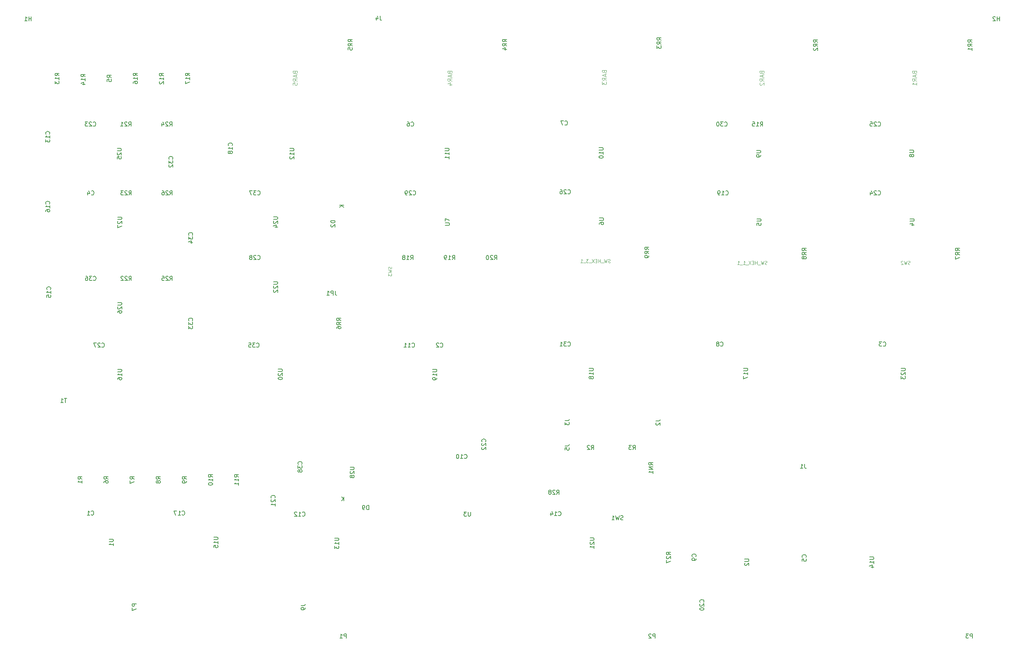
<source format=gbr>
%TF.GenerationSoftware,KiCad,Pcbnew,(6.0.11)*%
%TF.CreationDate,2024-03-10T14:23:24-04:00*%
%TF.ProjectId,input-output.SelfHost,696e7075-742d-46f7-9574-7075742e5365,rev?*%
%TF.SameCoordinates,Original*%
%TF.FileFunction,Legend,Bot*%
%TF.FilePolarity,Positive*%
%FSLAX46Y46*%
G04 Gerber Fmt 4.6, Leading zero omitted, Abs format (unit mm)*
G04 Created by KiCad (PCBNEW (6.0.11)) date 2024-03-10 14:23:24*
%MOMM*%
%LPD*%
G01*
G04 APERTURE LIST*
%ADD10C,0.150000*%
%ADD11C,0.120000*%
%ADD12C,0.100000*%
G04 APERTURE END LIST*
D10*
%TO.C,H2*%
X269261904Y-78452380D02*
X269261904Y-77452380D01*
X269261904Y-77928571D02*
X268690476Y-77928571D01*
X268690476Y-78452380D02*
X268690476Y-77452380D01*
X268261904Y-77547619D02*
X268214285Y-77500000D01*
X268119047Y-77452380D01*
X267880952Y-77452380D01*
X267785714Y-77500000D01*
X267738095Y-77547619D01*
X267690476Y-77642857D01*
X267690476Y-77738095D01*
X267738095Y-77880952D01*
X268309523Y-78452380D01*
X267690476Y-78452380D01*
%TO.C,H1*%
X37261904Y-78452380D02*
X37261904Y-77452380D01*
X37261904Y-77928571D02*
X36690476Y-77928571D01*
X36690476Y-78452380D02*
X36690476Y-77452380D01*
X35690476Y-78452380D02*
X36261904Y-78452380D01*
X35976190Y-78452380D02*
X35976190Y-77452380D01*
X36071428Y-77595238D01*
X36166666Y-77690476D01*
X36261904Y-77738095D01*
%TO.C,P2*%
X186738095Y-226452380D02*
X186738095Y-225452380D01*
X186357142Y-225452380D01*
X186261904Y-225500000D01*
X186214285Y-225547619D01*
X186166666Y-225642857D01*
X186166666Y-225785714D01*
X186214285Y-225880952D01*
X186261904Y-225928571D01*
X186357142Y-225976190D01*
X186738095Y-225976190D01*
X185785714Y-225547619D02*
X185738095Y-225500000D01*
X185642857Y-225452380D01*
X185404761Y-225452380D01*
X185309523Y-225500000D01*
X185261904Y-225547619D01*
X185214285Y-225642857D01*
X185214285Y-225738095D01*
X185261904Y-225880952D01*
X185833333Y-226452380D01*
X185214285Y-226452380D01*
%TO.C,P3*%
X262738095Y-226452380D02*
X262738095Y-225452380D01*
X262357142Y-225452380D01*
X262261904Y-225500000D01*
X262214285Y-225547619D01*
X262166666Y-225642857D01*
X262166666Y-225785714D01*
X262214285Y-225880952D01*
X262261904Y-225928571D01*
X262357142Y-225976190D01*
X262738095Y-225976190D01*
X261833333Y-225452380D02*
X261214285Y-225452380D01*
X261547619Y-225833333D01*
X261404761Y-225833333D01*
X261309523Y-225880952D01*
X261261904Y-225928571D01*
X261214285Y-226023809D01*
X261214285Y-226261904D01*
X261261904Y-226357142D01*
X261309523Y-226404761D01*
X261404761Y-226452380D01*
X261690476Y-226452380D01*
X261785714Y-226404761D01*
X261833333Y-226357142D01*
%TO.C,P1*%
X112738095Y-226452380D02*
X112738095Y-225452380D01*
X112357142Y-225452380D01*
X112261904Y-225500000D01*
X112214285Y-225547619D01*
X112166666Y-225642857D01*
X112166666Y-225785714D01*
X112214285Y-225880952D01*
X112261904Y-225928571D01*
X112357142Y-225976190D01*
X112738095Y-225976190D01*
X111214285Y-226452380D02*
X111785714Y-226452380D01*
X111500000Y-226452380D02*
X111500000Y-225452380D01*
X111595238Y-225595238D01*
X111690476Y-225690476D01*
X111785714Y-225738095D01*
%TO.C,R7*%
X61952380Y-188333333D02*
X61476190Y-188000000D01*
X61952380Y-187761904D02*
X60952380Y-187761904D01*
X60952380Y-188142857D01*
X61000000Y-188238095D01*
X61047619Y-188285714D01*
X61142857Y-188333333D01*
X61285714Y-188333333D01*
X61380952Y-188285714D01*
X61428571Y-188238095D01*
X61476190Y-188142857D01*
X61476190Y-187761904D01*
X60952380Y-188666666D02*
X60952380Y-189333333D01*
X61952380Y-188904761D01*
%TO.C,R18*%
X128142857Y-135702380D02*
X128476190Y-135226190D01*
X128714285Y-135702380D02*
X128714285Y-134702380D01*
X128333333Y-134702380D01*
X128238095Y-134750000D01*
X128190476Y-134797619D01*
X128142857Y-134892857D01*
X128142857Y-135035714D01*
X128190476Y-135130952D01*
X128238095Y-135178571D01*
X128333333Y-135226190D01*
X128714285Y-135226190D01*
X127190476Y-135702380D02*
X127761904Y-135702380D01*
X127476190Y-135702380D02*
X127476190Y-134702380D01*
X127571428Y-134845238D01*
X127666666Y-134940476D01*
X127761904Y-134988095D01*
X126619047Y-135130952D02*
X126714285Y-135083333D01*
X126761904Y-135035714D01*
X126809523Y-134940476D01*
X126809523Y-134892857D01*
X126761904Y-134797619D01*
X126714285Y-134750000D01*
X126619047Y-134702380D01*
X126428571Y-134702380D01*
X126333333Y-134750000D01*
X126285714Y-134797619D01*
X126238095Y-134892857D01*
X126238095Y-134940476D01*
X126285714Y-135035714D01*
X126333333Y-135083333D01*
X126428571Y-135130952D01*
X126619047Y-135130952D01*
X126714285Y-135178571D01*
X126761904Y-135226190D01*
X126809523Y-135321428D01*
X126809523Y-135511904D01*
X126761904Y-135607142D01*
X126714285Y-135654761D01*
X126619047Y-135702380D01*
X126428571Y-135702380D01*
X126333333Y-135654761D01*
X126285714Y-135607142D01*
X126238095Y-135511904D01*
X126238095Y-135321428D01*
X126285714Y-135226190D01*
X126333333Y-135178571D01*
X126428571Y-135130952D01*
D11*
%TO.C,SW3*%
X123573809Y-137433333D02*
X123611904Y-137547619D01*
X123611904Y-137738095D01*
X123573809Y-137814285D01*
X123535714Y-137852380D01*
X123459523Y-137890476D01*
X123383333Y-137890476D01*
X123307142Y-137852380D01*
X123269047Y-137814285D01*
X123230952Y-137738095D01*
X123192857Y-137585714D01*
X123154761Y-137509523D01*
X123116666Y-137471428D01*
X123040476Y-137433333D01*
X122964285Y-137433333D01*
X122888095Y-137471428D01*
X122850000Y-137509523D01*
X122811904Y-137585714D01*
X122811904Y-137776190D01*
X122850000Y-137890476D01*
X122811904Y-138157142D02*
X123611904Y-138347619D01*
X123040476Y-138500000D01*
X123611904Y-138652380D01*
X122811904Y-138842857D01*
X122811904Y-139071428D02*
X122811904Y-139566666D01*
X123116666Y-139300000D01*
X123116666Y-139414285D01*
X123154761Y-139490476D01*
X123192857Y-139528571D01*
X123269047Y-139566666D01*
X123459523Y-139566666D01*
X123535714Y-139528571D01*
X123573809Y-139490476D01*
X123611904Y-139414285D01*
X123611904Y-139185714D01*
X123573809Y-139109523D01*
X123535714Y-139071428D01*
D10*
%TO.C,C29*%
X128742857Y-120107142D02*
X128790476Y-120154761D01*
X128933333Y-120202380D01*
X129028571Y-120202380D01*
X129171428Y-120154761D01*
X129266666Y-120059523D01*
X129314285Y-119964285D01*
X129361904Y-119773809D01*
X129361904Y-119630952D01*
X129314285Y-119440476D01*
X129266666Y-119345238D01*
X129171428Y-119250000D01*
X129028571Y-119202380D01*
X128933333Y-119202380D01*
X128790476Y-119250000D01*
X128742857Y-119297619D01*
X128361904Y-119297619D02*
X128314285Y-119250000D01*
X128219047Y-119202380D01*
X127980952Y-119202380D01*
X127885714Y-119250000D01*
X127838095Y-119297619D01*
X127790476Y-119392857D01*
X127790476Y-119488095D01*
X127838095Y-119630952D01*
X128409523Y-120202380D01*
X127790476Y-120202380D01*
X127314285Y-120202380D02*
X127123809Y-120202380D01*
X127028571Y-120154761D01*
X126980952Y-120107142D01*
X126885714Y-119964285D01*
X126838095Y-119773809D01*
X126838095Y-119392857D01*
X126885714Y-119297619D01*
X126933333Y-119250000D01*
X127028571Y-119202380D01*
X127219047Y-119202380D01*
X127314285Y-119250000D01*
X127361904Y-119297619D01*
X127409523Y-119392857D01*
X127409523Y-119630952D01*
X127361904Y-119726190D01*
X127314285Y-119773809D01*
X127219047Y-119821428D01*
X127028571Y-119821428D01*
X126933333Y-119773809D01*
X126885714Y-119726190D01*
X126838095Y-119630952D01*
D12*
%TO.C,BAR4*%
X137528571Y-90821666D02*
X137576190Y-90964523D01*
X137623809Y-91012142D01*
X137719047Y-91059761D01*
X137861904Y-91059761D01*
X137957142Y-91012142D01*
X138004761Y-90964523D01*
X138052380Y-90869285D01*
X138052380Y-90488333D01*
X137052380Y-90488333D01*
X137052380Y-90821666D01*
X137100000Y-90916904D01*
X137147619Y-90964523D01*
X137242857Y-91012142D01*
X137338095Y-91012142D01*
X137433333Y-90964523D01*
X137480952Y-90916904D01*
X137528571Y-90821666D01*
X137528571Y-90488333D01*
X137766666Y-91440714D02*
X137766666Y-91916904D01*
X138052380Y-91345476D02*
X137052380Y-91678809D01*
X138052380Y-92012142D01*
X138052380Y-92916904D02*
X137576190Y-92583571D01*
X138052380Y-92345476D02*
X137052380Y-92345476D01*
X137052380Y-92726428D01*
X137100000Y-92821666D01*
X137147619Y-92869285D01*
X137242857Y-92916904D01*
X137385714Y-92916904D01*
X137480952Y-92869285D01*
X137528571Y-92821666D01*
X137576190Y-92726428D01*
X137576190Y-92345476D01*
X137385714Y-93774047D02*
X138052380Y-93774047D01*
X137004761Y-93535952D02*
X137719047Y-93297857D01*
X137719047Y-93916904D01*
D10*
%TO.C,J1*%
X222583333Y-184752380D02*
X222583333Y-185466666D01*
X222630952Y-185609523D01*
X222726190Y-185704761D01*
X222869047Y-185752380D01*
X222964285Y-185752380D01*
X221583333Y-185752380D02*
X222154761Y-185752380D01*
X221869047Y-185752380D02*
X221869047Y-184752380D01*
X221964285Y-184895238D01*
X222059523Y-184990476D01*
X222154761Y-185038095D01*
%TO.C,C15*%
X41857154Y-142857142D02*
X41904773Y-142809523D01*
X41952392Y-142666666D01*
X41952392Y-142571428D01*
X41904773Y-142428571D01*
X41809535Y-142333333D01*
X41714297Y-142285714D01*
X41523821Y-142238095D01*
X41380964Y-142238095D01*
X41190488Y-142285714D01*
X41095250Y-142333333D01*
X41000012Y-142428571D01*
X40952392Y-142571428D01*
X40952392Y-142666666D01*
X41000012Y-142809523D01*
X41047631Y-142857142D01*
X41952392Y-143809523D02*
X41952392Y-143238095D01*
X41952392Y-143523809D02*
X40952392Y-143523809D01*
X41095250Y-143428571D01*
X41190488Y-143333333D01*
X41238107Y-143238095D01*
X40952392Y-144714285D02*
X40952392Y-144238095D01*
X41428583Y-144190476D01*
X41380964Y-144238095D01*
X41333345Y-144333333D01*
X41333345Y-144571428D01*
X41380964Y-144666666D01*
X41428583Y-144714285D01*
X41523821Y-144761904D01*
X41761916Y-144761904D01*
X41857154Y-144714285D01*
X41904773Y-144666666D01*
X41952392Y-144571428D01*
X41952392Y-144333333D01*
X41904773Y-144238095D01*
X41857154Y-144190476D01*
%TO.C,C36*%
X52142857Y-140607142D02*
X52190476Y-140654761D01*
X52333333Y-140702380D01*
X52428571Y-140702380D01*
X52571428Y-140654761D01*
X52666666Y-140559523D01*
X52714285Y-140464285D01*
X52761904Y-140273809D01*
X52761904Y-140130952D01*
X52714285Y-139940476D01*
X52666666Y-139845238D01*
X52571428Y-139750000D01*
X52428571Y-139702380D01*
X52333333Y-139702380D01*
X52190476Y-139750000D01*
X52142857Y-139797619D01*
X51809523Y-139702380D02*
X51190476Y-139702380D01*
X51523809Y-140083333D01*
X51380952Y-140083333D01*
X51285714Y-140130952D01*
X51238095Y-140178571D01*
X51190476Y-140273809D01*
X51190476Y-140511904D01*
X51238095Y-140607142D01*
X51285714Y-140654761D01*
X51380952Y-140702380D01*
X51666666Y-140702380D01*
X51761904Y-140654761D01*
X51809523Y-140607142D01*
X50333333Y-139702380D02*
X50523809Y-139702380D01*
X50619047Y-139750000D01*
X50666666Y-139797619D01*
X50761904Y-139940476D01*
X50809523Y-140130952D01*
X50809523Y-140511904D01*
X50761904Y-140607142D01*
X50714285Y-140654761D01*
X50619047Y-140702380D01*
X50428571Y-140702380D01*
X50333333Y-140654761D01*
X50285714Y-140607142D01*
X50238095Y-140511904D01*
X50238095Y-140273809D01*
X50285714Y-140178571D01*
X50333333Y-140130952D01*
X50428571Y-140083333D01*
X50619047Y-140083333D01*
X50714285Y-140130952D01*
X50761904Y-140178571D01*
X50809523Y-140273809D01*
%TO.C,R2*%
X171416666Y-181242380D02*
X171750000Y-180766190D01*
X171988095Y-181242380D02*
X171988095Y-180242380D01*
X171607142Y-180242380D01*
X171511904Y-180290000D01*
X171464285Y-180337619D01*
X171416666Y-180432857D01*
X171416666Y-180575714D01*
X171464285Y-180670952D01*
X171511904Y-180718571D01*
X171607142Y-180766190D01*
X171988095Y-180766190D01*
X171035714Y-180337619D02*
X170988095Y-180290000D01*
X170892857Y-180242380D01*
X170654761Y-180242380D01*
X170559523Y-180290000D01*
X170511904Y-180337619D01*
X170464285Y-180432857D01*
X170464285Y-180528095D01*
X170511904Y-180670952D01*
X171083333Y-181242380D01*
X170464285Y-181242380D01*
%TO.C,U7*%
X136482380Y-127451904D02*
X137291904Y-127451904D01*
X137387142Y-127404285D01*
X137434761Y-127356666D01*
X137482380Y-127261428D01*
X137482380Y-127070952D01*
X137434761Y-126975714D01*
X137387142Y-126928095D01*
X137291904Y-126880476D01*
X136482380Y-126880476D01*
X136482380Y-126499523D02*
X136482380Y-125832857D01*
X137482380Y-126261428D01*
%TO.C,C22*%
X146107154Y-179357142D02*
X146154773Y-179309523D01*
X146202392Y-179166666D01*
X146202392Y-179071428D01*
X146154773Y-178928571D01*
X146059535Y-178833333D01*
X145964297Y-178785714D01*
X145773821Y-178738095D01*
X145630964Y-178738095D01*
X145440488Y-178785714D01*
X145345250Y-178833333D01*
X145250012Y-178928571D01*
X145202392Y-179071428D01*
X145202392Y-179166666D01*
X145250012Y-179309523D01*
X145297631Y-179357142D01*
X145297631Y-179738095D02*
X145250012Y-179785714D01*
X145202392Y-179880952D01*
X145202392Y-180119047D01*
X145250012Y-180214285D01*
X145297631Y-180261904D01*
X145392869Y-180309523D01*
X145488107Y-180309523D01*
X145630964Y-180261904D01*
X146202392Y-179690476D01*
X146202392Y-180309523D01*
X145297631Y-180690476D02*
X145250012Y-180738095D01*
X145202392Y-180833333D01*
X145202392Y-181071428D01*
X145250012Y-181166666D01*
X145297631Y-181214285D01*
X145392869Y-181261904D01*
X145488107Y-181261904D01*
X145630964Y-181214285D01*
X146202392Y-180642857D01*
X146202392Y-181261904D01*
%TO.C,C10*%
X141042857Y-183297142D02*
X141090476Y-183344761D01*
X141233333Y-183392380D01*
X141328571Y-183392380D01*
X141471428Y-183344761D01*
X141566666Y-183249523D01*
X141614285Y-183154285D01*
X141661904Y-182963809D01*
X141661904Y-182820952D01*
X141614285Y-182630476D01*
X141566666Y-182535238D01*
X141471428Y-182440000D01*
X141328571Y-182392380D01*
X141233333Y-182392380D01*
X141090476Y-182440000D01*
X141042857Y-182487619D01*
X140090476Y-183392380D02*
X140661904Y-183392380D01*
X140376190Y-183392380D02*
X140376190Y-182392380D01*
X140471428Y-182535238D01*
X140566666Y-182630476D01*
X140661904Y-182678095D01*
X139471428Y-182392380D02*
X139376190Y-182392380D01*
X139280952Y-182440000D01*
X139233333Y-182487619D01*
X139185714Y-182582857D01*
X139138095Y-182773333D01*
X139138095Y-183011428D01*
X139185714Y-183201904D01*
X139233333Y-183297142D01*
X139280952Y-183344761D01*
X139376190Y-183392380D01*
X139471428Y-183392380D01*
X139566666Y-183344761D01*
X139614285Y-183297142D01*
X139661904Y-183201904D01*
X139709523Y-183011428D01*
X139709523Y-182773333D01*
X139661904Y-182582857D01*
X139614285Y-182487619D01*
X139566666Y-182440000D01*
X139471428Y-182392380D01*
%TO.C,C34*%
X75857154Y-129857142D02*
X75904773Y-129809523D01*
X75952392Y-129666666D01*
X75952392Y-129571428D01*
X75904773Y-129428571D01*
X75809535Y-129333333D01*
X75714297Y-129285714D01*
X75523821Y-129238095D01*
X75380964Y-129238095D01*
X75190488Y-129285714D01*
X75095250Y-129333333D01*
X75000012Y-129428571D01*
X74952392Y-129571428D01*
X74952392Y-129666666D01*
X75000012Y-129809523D01*
X75047631Y-129857142D01*
X74952392Y-130190476D02*
X74952392Y-130809523D01*
X75333345Y-130476190D01*
X75333345Y-130619047D01*
X75380964Y-130714285D01*
X75428583Y-130761904D01*
X75523821Y-130809523D01*
X75761916Y-130809523D01*
X75857154Y-130761904D01*
X75904773Y-130714285D01*
X75952392Y-130619047D01*
X75952392Y-130333333D01*
X75904773Y-130238095D01*
X75857154Y-130190476D01*
X75285726Y-131666666D02*
X75952392Y-131666666D01*
X74904773Y-131428571D02*
X75619059Y-131190476D01*
X75619059Y-131809523D01*
%TO.C,J2*%
X186952380Y-174386666D02*
X187666666Y-174386666D01*
X187809523Y-174339047D01*
X187904761Y-174243809D01*
X187952380Y-174100952D01*
X187952380Y-174005714D01*
X187047619Y-174815238D02*
X187000000Y-174862857D01*
X186952380Y-174958095D01*
X186952380Y-175196190D01*
X187000000Y-175291428D01*
X187047619Y-175339047D01*
X187142857Y-175386666D01*
X187238095Y-175386666D01*
X187380952Y-175339047D01*
X187952380Y-174767619D01*
X187952380Y-175386666D01*
%TO.C,U24*%
X95297380Y-125451904D02*
X96106904Y-125451904D01*
X96202142Y-125499523D01*
X96249761Y-125547142D01*
X96297380Y-125642380D01*
X96297380Y-125832857D01*
X96249761Y-125928095D01*
X96202142Y-125975714D01*
X96106904Y-126023333D01*
X95297380Y-126023333D01*
X95392619Y-126451904D02*
X95345000Y-126499523D01*
X95297380Y-126594761D01*
X95297380Y-126832857D01*
X95345000Y-126928095D01*
X95392619Y-126975714D01*
X95487857Y-127023333D01*
X95583095Y-127023333D01*
X95725952Y-126975714D01*
X96297380Y-126404285D01*
X96297380Y-127023333D01*
X95630714Y-127880476D02*
X96297380Y-127880476D01*
X95249761Y-127642380D02*
X95964047Y-127404285D01*
X95964047Y-128023333D01*
%TO.C,R28*%
X163142857Y-191952380D02*
X163476190Y-191476190D01*
X163714285Y-191952380D02*
X163714285Y-190952380D01*
X163333333Y-190952380D01*
X163238095Y-191000000D01*
X163190476Y-191047619D01*
X163142857Y-191142857D01*
X163142857Y-191285714D01*
X163190476Y-191380952D01*
X163238095Y-191428571D01*
X163333333Y-191476190D01*
X163714285Y-191476190D01*
X162761904Y-191047619D02*
X162714285Y-191000000D01*
X162619047Y-190952380D01*
X162380952Y-190952380D01*
X162285714Y-191000000D01*
X162238095Y-191047619D01*
X162190476Y-191142857D01*
X162190476Y-191238095D01*
X162238095Y-191380952D01*
X162809523Y-191952380D01*
X162190476Y-191952380D01*
X161619047Y-191380952D02*
X161714285Y-191333333D01*
X161761904Y-191285714D01*
X161809523Y-191190476D01*
X161809523Y-191142857D01*
X161761904Y-191047619D01*
X161714285Y-191000000D01*
X161619047Y-190952380D01*
X161428571Y-190952380D01*
X161333333Y-191000000D01*
X161285714Y-191047619D01*
X161238095Y-191142857D01*
X161238095Y-191190476D01*
X161285714Y-191285714D01*
X161333333Y-191333333D01*
X161428571Y-191380952D01*
X161619047Y-191380952D01*
X161714285Y-191428571D01*
X161761904Y-191476190D01*
X161809523Y-191571428D01*
X161809523Y-191761904D01*
X161761904Y-191857142D01*
X161714285Y-191904761D01*
X161619047Y-191952380D01*
X161428571Y-191952380D01*
X161333333Y-191904761D01*
X161285714Y-191857142D01*
X161238095Y-191761904D01*
X161238095Y-191571428D01*
X161285714Y-191476190D01*
X161333333Y-191428571D01*
X161428571Y-191380952D01*
%TO.C,C14*%
X163567857Y-197007142D02*
X163615476Y-197054761D01*
X163758333Y-197102380D01*
X163853571Y-197102380D01*
X163996428Y-197054761D01*
X164091666Y-196959523D01*
X164139285Y-196864285D01*
X164186904Y-196673809D01*
X164186904Y-196530952D01*
X164139285Y-196340476D01*
X164091666Y-196245238D01*
X163996428Y-196150000D01*
X163853571Y-196102380D01*
X163758333Y-196102380D01*
X163615476Y-196150000D01*
X163567857Y-196197619D01*
X162615476Y-197102380D02*
X163186904Y-197102380D01*
X162901190Y-197102380D02*
X162901190Y-196102380D01*
X162996428Y-196245238D01*
X163091666Y-196340476D01*
X163186904Y-196388095D01*
X161758333Y-196435714D02*
X161758333Y-197102380D01*
X161996428Y-196054761D02*
X162234523Y-196769047D01*
X161615476Y-196769047D01*
%TO.C,C7*%
X165116666Y-103357142D02*
X165164285Y-103404761D01*
X165307142Y-103452380D01*
X165402380Y-103452380D01*
X165545238Y-103404761D01*
X165640476Y-103309523D01*
X165688095Y-103214285D01*
X165735714Y-103023809D01*
X165735714Y-102880952D01*
X165688095Y-102690476D01*
X165640476Y-102595238D01*
X165545238Y-102500000D01*
X165402380Y-102452380D01*
X165307142Y-102452380D01*
X165164285Y-102500000D01*
X165116666Y-102547619D01*
X164783333Y-102452380D02*
X164116666Y-102452380D01*
X164545238Y-103452380D01*
%TO.C,R25*%
X70452857Y-140702380D02*
X70786190Y-140226190D01*
X71024285Y-140702380D02*
X71024285Y-139702380D01*
X70643333Y-139702380D01*
X70548095Y-139750000D01*
X70500476Y-139797619D01*
X70452857Y-139892857D01*
X70452857Y-140035714D01*
X70500476Y-140130952D01*
X70548095Y-140178571D01*
X70643333Y-140226190D01*
X71024285Y-140226190D01*
X70071904Y-139797619D02*
X70024285Y-139750000D01*
X69929047Y-139702380D01*
X69690952Y-139702380D01*
X69595714Y-139750000D01*
X69548095Y-139797619D01*
X69500476Y-139892857D01*
X69500476Y-139988095D01*
X69548095Y-140130952D01*
X70119523Y-140702380D01*
X69500476Y-140702380D01*
X68595714Y-139702380D02*
X69071904Y-139702380D01*
X69119523Y-140178571D01*
X69071904Y-140130952D01*
X68976666Y-140083333D01*
X68738571Y-140083333D01*
X68643333Y-140130952D01*
X68595714Y-140178571D01*
X68548095Y-140273809D01*
X68548095Y-140511904D01*
X68595714Y-140607142D01*
X68643333Y-140654761D01*
X68738571Y-140702380D01*
X68976666Y-140702380D01*
X69071904Y-140654761D01*
X69119523Y-140607142D01*
%TO.C,C20*%
X198357142Y-217857142D02*
X198404761Y-217809523D01*
X198452380Y-217666666D01*
X198452380Y-217571428D01*
X198404761Y-217428571D01*
X198309523Y-217333333D01*
X198214285Y-217285714D01*
X198023809Y-217238095D01*
X197880952Y-217238095D01*
X197690476Y-217285714D01*
X197595238Y-217333333D01*
X197500000Y-217428571D01*
X197452380Y-217571428D01*
X197452380Y-217666666D01*
X197500000Y-217809523D01*
X197547619Y-217857142D01*
X197547619Y-218238095D02*
X197500000Y-218285714D01*
X197452380Y-218380952D01*
X197452380Y-218619047D01*
X197500000Y-218714285D01*
X197547619Y-218761904D01*
X197642857Y-218809523D01*
X197738095Y-218809523D01*
X197880952Y-218761904D01*
X198452380Y-218190476D01*
X198452380Y-218809523D01*
X197452380Y-219428571D02*
X197452380Y-219523809D01*
X197500000Y-219619047D01*
X197547619Y-219666666D01*
X197642857Y-219714285D01*
X197833333Y-219761904D01*
X198071428Y-219761904D01*
X198261904Y-219714285D01*
X198357142Y-219666666D01*
X198404761Y-219619047D01*
X198452380Y-219523809D01*
X198452380Y-219428571D01*
X198404761Y-219333333D01*
X198357142Y-219285714D01*
X198261904Y-219238095D01*
X198071428Y-219190476D01*
X197833333Y-219190476D01*
X197642857Y-219238095D01*
X197547619Y-219285714D01*
X197500000Y-219333333D01*
X197452380Y-219428571D01*
%TO.C,RR8*%
X222952380Y-133583333D02*
X222476190Y-133250000D01*
X222952380Y-133011904D02*
X221952380Y-133011904D01*
X221952380Y-133392857D01*
X222000000Y-133488095D01*
X222047619Y-133535714D01*
X222142857Y-133583333D01*
X222285714Y-133583333D01*
X222380952Y-133535714D01*
X222428571Y-133488095D01*
X222476190Y-133392857D01*
X222476190Y-133011904D01*
X222952380Y-134583333D02*
X222476190Y-134250000D01*
X222952380Y-134011904D02*
X221952380Y-134011904D01*
X221952380Y-134392857D01*
X222000000Y-134488095D01*
X222047619Y-134535714D01*
X222142857Y-134583333D01*
X222285714Y-134583333D01*
X222380952Y-134535714D01*
X222428571Y-134488095D01*
X222476190Y-134392857D01*
X222476190Y-134011904D01*
X222380952Y-135154761D02*
X222333333Y-135059523D01*
X222285714Y-135011904D01*
X222190476Y-134964285D01*
X222142857Y-134964285D01*
X222047619Y-135011904D01*
X222000000Y-135059523D01*
X221952380Y-135154761D01*
X221952380Y-135345238D01*
X222000000Y-135440476D01*
X222047619Y-135488095D01*
X222142857Y-135535714D01*
X222190476Y-135535714D01*
X222285714Y-135488095D01*
X222333333Y-135440476D01*
X222380952Y-135345238D01*
X222380952Y-135154761D01*
X222428571Y-135059523D01*
X222476190Y-135011904D01*
X222571428Y-134964285D01*
X222761904Y-134964285D01*
X222857142Y-135011904D01*
X222904761Y-135059523D01*
X222952380Y-135154761D01*
X222952380Y-135345238D01*
X222904761Y-135440476D01*
X222857142Y-135488095D01*
X222761904Y-135535714D01*
X222571428Y-135535714D01*
X222476190Y-135488095D01*
X222428571Y-135440476D01*
X222380952Y-135345238D01*
%TO.C,U20*%
X96442380Y-161951904D02*
X97251904Y-161951904D01*
X97347142Y-161999523D01*
X97394761Y-162047142D01*
X97442380Y-162142380D01*
X97442380Y-162332857D01*
X97394761Y-162428095D01*
X97347142Y-162475714D01*
X97251904Y-162523333D01*
X96442380Y-162523333D01*
X96537619Y-162951904D02*
X96490000Y-162999523D01*
X96442380Y-163094761D01*
X96442380Y-163332857D01*
X96490000Y-163428095D01*
X96537619Y-163475714D01*
X96632857Y-163523333D01*
X96728095Y-163523333D01*
X96870952Y-163475714D01*
X97442380Y-162904285D01*
X97442380Y-163523333D01*
X96442380Y-164142380D02*
X96442380Y-164237619D01*
X96490000Y-164332857D01*
X96537619Y-164380476D01*
X96632857Y-164428095D01*
X96823333Y-164475714D01*
X97061428Y-164475714D01*
X97251904Y-164428095D01*
X97347142Y-164380476D01*
X97394761Y-164332857D01*
X97442380Y-164237619D01*
X97442380Y-164142380D01*
X97394761Y-164047142D01*
X97347142Y-163999523D01*
X97251904Y-163951904D01*
X97061428Y-163904285D01*
X96823333Y-163904285D01*
X96632857Y-163951904D01*
X96537619Y-163999523D01*
X96490000Y-164047142D01*
X96442380Y-164142380D01*
%TO.C,U23*%
X245697380Y-161751904D02*
X246506904Y-161751904D01*
X246602142Y-161799523D01*
X246649761Y-161847142D01*
X246697380Y-161942380D01*
X246697380Y-162132857D01*
X246649761Y-162228095D01*
X246602142Y-162275714D01*
X246506904Y-162323333D01*
X245697380Y-162323333D01*
X245792619Y-162751904D02*
X245745000Y-162799523D01*
X245697380Y-162894761D01*
X245697380Y-163132857D01*
X245745000Y-163228095D01*
X245792619Y-163275714D01*
X245887857Y-163323333D01*
X245983095Y-163323333D01*
X246125952Y-163275714D01*
X246697380Y-162704285D01*
X246697380Y-163323333D01*
X245697380Y-163656666D02*
X245697380Y-164275714D01*
X246078333Y-163942380D01*
X246078333Y-164085238D01*
X246125952Y-164180476D01*
X246173571Y-164228095D01*
X246268809Y-164275714D01*
X246506904Y-164275714D01*
X246602142Y-164228095D01*
X246649761Y-164180476D01*
X246697380Y-164085238D01*
X246697380Y-163799523D01*
X246649761Y-163704285D01*
X246602142Y-163656666D01*
%TO.C,U28*%
X113647380Y-185451904D02*
X114456904Y-185451904D01*
X114552142Y-185499523D01*
X114599761Y-185547142D01*
X114647380Y-185642380D01*
X114647380Y-185832857D01*
X114599761Y-185928095D01*
X114552142Y-185975714D01*
X114456904Y-186023333D01*
X113647380Y-186023333D01*
X113742619Y-186451904D02*
X113695000Y-186499523D01*
X113647380Y-186594761D01*
X113647380Y-186832857D01*
X113695000Y-186928095D01*
X113742619Y-186975714D01*
X113837857Y-187023333D01*
X113933095Y-187023333D01*
X114075952Y-186975714D01*
X114647380Y-186404285D01*
X114647380Y-187023333D01*
X114075952Y-187594761D02*
X114028333Y-187499523D01*
X113980714Y-187451904D01*
X113885476Y-187404285D01*
X113837857Y-187404285D01*
X113742619Y-187451904D01*
X113695000Y-187499523D01*
X113647380Y-187594761D01*
X113647380Y-187785238D01*
X113695000Y-187880476D01*
X113742619Y-187928095D01*
X113837857Y-187975714D01*
X113885476Y-187975714D01*
X113980714Y-187928095D01*
X114028333Y-187880476D01*
X114075952Y-187785238D01*
X114075952Y-187594761D01*
X114123571Y-187499523D01*
X114171190Y-187451904D01*
X114266428Y-187404285D01*
X114456904Y-187404285D01*
X114552142Y-187451904D01*
X114599761Y-187499523D01*
X114647380Y-187594761D01*
X114647380Y-187785238D01*
X114599761Y-187880476D01*
X114552142Y-187928095D01*
X114456904Y-187975714D01*
X114266428Y-187975714D01*
X114171190Y-187928095D01*
X114123571Y-187880476D01*
X114075952Y-187785238D01*
%TO.C,U21*%
X171132380Y-202401904D02*
X171941904Y-202401904D01*
X172037142Y-202449523D01*
X172084761Y-202497142D01*
X172132380Y-202592380D01*
X172132380Y-202782857D01*
X172084761Y-202878095D01*
X172037142Y-202925714D01*
X171941904Y-202973333D01*
X171132380Y-202973333D01*
X171227619Y-203401904D02*
X171180000Y-203449523D01*
X171132380Y-203544761D01*
X171132380Y-203782857D01*
X171180000Y-203878095D01*
X171227619Y-203925714D01*
X171322857Y-203973333D01*
X171418095Y-203973333D01*
X171560952Y-203925714D01*
X172132380Y-203354285D01*
X172132380Y-203973333D01*
X172132380Y-204925714D02*
X172132380Y-204354285D01*
X172132380Y-204640000D02*
X171132380Y-204640000D01*
X171275238Y-204544761D01*
X171370476Y-204449523D01*
X171418095Y-204354285D01*
%TO.C,U4*%
X247809880Y-125928095D02*
X248619404Y-125928095D01*
X248714642Y-125975714D01*
X248762261Y-126023333D01*
X248809880Y-126118571D01*
X248809880Y-126309047D01*
X248762261Y-126404285D01*
X248714642Y-126451904D01*
X248619404Y-126499523D01*
X247809880Y-126499523D01*
X248143214Y-127404285D02*
X248809880Y-127404285D01*
X247762261Y-127166190D02*
X248476547Y-126928095D01*
X248476547Y-127547142D01*
%TO.C,C3*%
X241416666Y-156357142D02*
X241464285Y-156404761D01*
X241607142Y-156452380D01*
X241702380Y-156452380D01*
X241845238Y-156404761D01*
X241940476Y-156309523D01*
X241988095Y-156214285D01*
X242035714Y-156023809D01*
X242035714Y-155880952D01*
X241988095Y-155690476D01*
X241940476Y-155595238D01*
X241845238Y-155500000D01*
X241702380Y-155452380D01*
X241607142Y-155452380D01*
X241464285Y-155500000D01*
X241416666Y-155547619D01*
X241083333Y-155452380D02*
X240464285Y-155452380D01*
X240797619Y-155833333D01*
X240654761Y-155833333D01*
X240559523Y-155880952D01*
X240511904Y-155928571D01*
X240464285Y-156023809D01*
X240464285Y-156261904D01*
X240511904Y-156357142D01*
X240559523Y-156404761D01*
X240654761Y-156452380D01*
X240940476Y-156452380D01*
X241035714Y-156404761D01*
X241083333Y-156357142D01*
%TO.C,R24*%
X70392857Y-103702380D02*
X70726190Y-103226190D01*
X70964285Y-103702380D02*
X70964285Y-102702380D01*
X70583333Y-102702380D01*
X70488095Y-102750000D01*
X70440476Y-102797619D01*
X70392857Y-102892857D01*
X70392857Y-103035714D01*
X70440476Y-103130952D01*
X70488095Y-103178571D01*
X70583333Y-103226190D01*
X70964285Y-103226190D01*
X70011904Y-102797619D02*
X69964285Y-102750000D01*
X69869047Y-102702380D01*
X69630952Y-102702380D01*
X69535714Y-102750000D01*
X69488095Y-102797619D01*
X69440476Y-102892857D01*
X69440476Y-102988095D01*
X69488095Y-103130952D01*
X70059523Y-103702380D01*
X69440476Y-103702380D01*
X68583333Y-103035714D02*
X68583333Y-103702380D01*
X68821428Y-102654761D02*
X69059523Y-103369047D01*
X68440476Y-103369047D01*
%TO.C,C9*%
X196482142Y-206883333D02*
X196529761Y-206835714D01*
X196577380Y-206692857D01*
X196577380Y-206597619D01*
X196529761Y-206454761D01*
X196434523Y-206359523D01*
X196339285Y-206311904D01*
X196148809Y-206264285D01*
X196005952Y-206264285D01*
X195815476Y-206311904D01*
X195720238Y-206359523D01*
X195625000Y-206454761D01*
X195577380Y-206597619D01*
X195577380Y-206692857D01*
X195625000Y-206835714D01*
X195672619Y-206883333D01*
X196577380Y-207359523D02*
X196577380Y-207550000D01*
X196529761Y-207645238D01*
X196482142Y-207692857D01*
X196339285Y-207788095D01*
X196148809Y-207835714D01*
X195767857Y-207835714D01*
X195672619Y-207788095D01*
X195625000Y-207740476D01*
X195577380Y-207645238D01*
X195577380Y-207454761D01*
X195625000Y-207359523D01*
X195672619Y-207311904D01*
X195767857Y-207264285D01*
X196005952Y-207264285D01*
X196101190Y-207311904D01*
X196148809Y-207359523D01*
X196196428Y-207454761D01*
X196196428Y-207645238D01*
X196148809Y-207740476D01*
X196101190Y-207788095D01*
X196005952Y-207835714D01*
D11*
%TO.C,SW2*%
X247806666Y-136823809D02*
X247692380Y-136861904D01*
X247501904Y-136861904D01*
X247425714Y-136823809D01*
X247387619Y-136785714D01*
X247349523Y-136709523D01*
X247349523Y-136633333D01*
X247387619Y-136557142D01*
X247425714Y-136519047D01*
X247501904Y-136480952D01*
X247654285Y-136442857D01*
X247730476Y-136404761D01*
X247768571Y-136366666D01*
X247806666Y-136290476D01*
X247806666Y-136214285D01*
X247768571Y-136138095D01*
X247730476Y-136100000D01*
X247654285Y-136061904D01*
X247463809Y-136061904D01*
X247349523Y-136100000D01*
X247082857Y-136061904D02*
X246892380Y-136861904D01*
X246740000Y-136290476D01*
X246587619Y-136861904D01*
X246397142Y-136061904D01*
X246130476Y-136138095D02*
X246092380Y-136100000D01*
X246016190Y-136061904D01*
X245825714Y-136061904D01*
X245749523Y-136100000D01*
X245711428Y-136138095D01*
X245673333Y-136214285D01*
X245673333Y-136290476D01*
X245711428Y-136404761D01*
X246168571Y-136861904D01*
X245673333Y-136861904D01*
D10*
%TO.C,C37*%
X91492857Y-120107142D02*
X91540476Y-120154761D01*
X91683333Y-120202380D01*
X91778571Y-120202380D01*
X91921428Y-120154761D01*
X92016666Y-120059523D01*
X92064285Y-119964285D01*
X92111904Y-119773809D01*
X92111904Y-119630952D01*
X92064285Y-119440476D01*
X92016666Y-119345238D01*
X91921428Y-119250000D01*
X91778571Y-119202380D01*
X91683333Y-119202380D01*
X91540476Y-119250000D01*
X91492857Y-119297619D01*
X91159523Y-119202380D02*
X90540476Y-119202380D01*
X90873809Y-119583333D01*
X90730952Y-119583333D01*
X90635714Y-119630952D01*
X90588095Y-119678571D01*
X90540476Y-119773809D01*
X90540476Y-120011904D01*
X90588095Y-120107142D01*
X90635714Y-120154761D01*
X90730952Y-120202380D01*
X91016666Y-120202380D01*
X91111904Y-120154761D01*
X91159523Y-120107142D01*
X90207142Y-119202380D02*
X89540476Y-119202380D01*
X89969047Y-120202380D01*
%TO.C,J9*%
X101927380Y-218666666D02*
X102641666Y-218666666D01*
X102784523Y-218619047D01*
X102879761Y-218523809D01*
X102927380Y-218380952D01*
X102927380Y-218285714D01*
X102927380Y-219190476D02*
X102927380Y-219380952D01*
X102879761Y-219476190D01*
X102832142Y-219523809D01*
X102689285Y-219619047D01*
X102498809Y-219666666D01*
X102117857Y-219666666D01*
X102022619Y-219619047D01*
X101975000Y-219571428D01*
X101927380Y-219476190D01*
X101927380Y-219285714D01*
X101975000Y-219190476D01*
X102022619Y-219142857D01*
X102117857Y-219095238D01*
X102355952Y-219095238D01*
X102451190Y-219142857D01*
X102498809Y-219190476D01*
X102546428Y-219285714D01*
X102546428Y-219476190D01*
X102498809Y-219571428D01*
X102451190Y-219619047D01*
X102355952Y-219666666D01*
%TO.C,R1*%
X49452380Y-188333333D02*
X48976190Y-188000000D01*
X49452380Y-187761904D02*
X48452380Y-187761904D01*
X48452380Y-188142857D01*
X48500000Y-188238095D01*
X48547619Y-188285714D01*
X48642857Y-188333333D01*
X48785714Y-188333333D01*
X48880952Y-188285714D01*
X48928571Y-188238095D01*
X48976190Y-188142857D01*
X48976190Y-187761904D01*
X49452380Y-189285714D02*
X49452380Y-188714285D01*
X49452380Y-189000000D02*
X48452380Y-189000000D01*
X48595238Y-188904761D01*
X48690476Y-188809523D01*
X48738095Y-188714285D01*
%TO.C,U18*%
X170942380Y-161751904D02*
X171751904Y-161751904D01*
X171847142Y-161799523D01*
X171894761Y-161847142D01*
X171942380Y-161942380D01*
X171942380Y-162132857D01*
X171894761Y-162228095D01*
X171847142Y-162275714D01*
X171751904Y-162323333D01*
X170942380Y-162323333D01*
X171942380Y-163323333D02*
X171942380Y-162751904D01*
X171942380Y-163037619D02*
X170942380Y-163037619D01*
X171085238Y-162942380D01*
X171180476Y-162847142D01*
X171228095Y-162751904D01*
X171370952Y-163894761D02*
X171323333Y-163799523D01*
X171275714Y-163751904D01*
X171180476Y-163704285D01*
X171132857Y-163704285D01*
X171037619Y-163751904D01*
X170990000Y-163799523D01*
X170942380Y-163894761D01*
X170942380Y-164085238D01*
X170990000Y-164180476D01*
X171037619Y-164228095D01*
X171132857Y-164275714D01*
X171180476Y-164275714D01*
X171275714Y-164228095D01*
X171323333Y-164180476D01*
X171370952Y-164085238D01*
X171370952Y-163894761D01*
X171418571Y-163799523D01*
X171466190Y-163751904D01*
X171561428Y-163704285D01*
X171751904Y-163704285D01*
X171847142Y-163751904D01*
X171894761Y-163799523D01*
X171942380Y-163894761D01*
X171942380Y-164085238D01*
X171894761Y-164180476D01*
X171847142Y-164228095D01*
X171751904Y-164275714D01*
X171561428Y-164275714D01*
X171466190Y-164228095D01*
X171418571Y-164180476D01*
X171370952Y-164085238D01*
%TO.C,U12*%
X99204880Y-109051904D02*
X100014404Y-109051904D01*
X100109642Y-109099523D01*
X100157261Y-109147142D01*
X100204880Y-109242380D01*
X100204880Y-109432857D01*
X100157261Y-109528095D01*
X100109642Y-109575714D01*
X100014404Y-109623333D01*
X99204880Y-109623333D01*
X100204880Y-110623333D02*
X100204880Y-110051904D01*
X100204880Y-110337619D02*
X99204880Y-110337619D01*
X99347738Y-110242380D01*
X99442976Y-110147142D01*
X99490595Y-110051904D01*
X99300119Y-111004285D02*
X99252500Y-111051904D01*
X99204880Y-111147142D01*
X99204880Y-111385238D01*
X99252500Y-111480476D01*
X99300119Y-111528095D01*
X99395357Y-111575714D01*
X99490595Y-111575714D01*
X99633452Y-111528095D01*
X100204880Y-110956666D01*
X100204880Y-111575714D01*
%TO.C,U10*%
X173304880Y-108851904D02*
X174114404Y-108851904D01*
X174209642Y-108899523D01*
X174257261Y-108947142D01*
X174304880Y-109042380D01*
X174304880Y-109232857D01*
X174257261Y-109328095D01*
X174209642Y-109375714D01*
X174114404Y-109423333D01*
X173304880Y-109423333D01*
X174304880Y-110423333D02*
X174304880Y-109851904D01*
X174304880Y-110137619D02*
X173304880Y-110137619D01*
X173447738Y-110042380D01*
X173542976Y-109947142D01*
X173590595Y-109851904D01*
X173304880Y-111042380D02*
X173304880Y-111137619D01*
X173352500Y-111232857D01*
X173400119Y-111280476D01*
X173495357Y-111328095D01*
X173685833Y-111375714D01*
X173923928Y-111375714D01*
X174114404Y-111328095D01*
X174209642Y-111280476D01*
X174257261Y-111232857D01*
X174304880Y-111137619D01*
X174304880Y-111042380D01*
X174257261Y-110947142D01*
X174209642Y-110899523D01*
X174114404Y-110851904D01*
X173923928Y-110804285D01*
X173685833Y-110804285D01*
X173495357Y-110851904D01*
X173400119Y-110899523D01*
X173352500Y-110947142D01*
X173304880Y-111042380D01*
%TO.C,C19*%
X203642857Y-120107142D02*
X203690476Y-120154761D01*
X203833333Y-120202380D01*
X203928571Y-120202380D01*
X204071428Y-120154761D01*
X204166666Y-120059523D01*
X204214285Y-119964285D01*
X204261904Y-119773809D01*
X204261904Y-119630952D01*
X204214285Y-119440476D01*
X204166666Y-119345238D01*
X204071428Y-119250000D01*
X203928571Y-119202380D01*
X203833333Y-119202380D01*
X203690476Y-119250000D01*
X203642857Y-119297619D01*
X202690476Y-120202380D02*
X203261904Y-120202380D01*
X202976190Y-120202380D02*
X202976190Y-119202380D01*
X203071428Y-119345238D01*
X203166666Y-119440476D01*
X203261904Y-119488095D01*
X202214285Y-120202380D02*
X202023809Y-120202380D01*
X201928571Y-120154761D01*
X201880952Y-120107142D01*
X201785714Y-119964285D01*
X201738095Y-119773809D01*
X201738095Y-119392857D01*
X201785714Y-119297619D01*
X201833333Y-119250000D01*
X201928571Y-119202380D01*
X202119047Y-119202380D01*
X202214285Y-119250000D01*
X202261904Y-119297619D01*
X202309523Y-119392857D01*
X202309523Y-119630952D01*
X202261904Y-119726190D01*
X202214285Y-119773809D01*
X202119047Y-119821428D01*
X201928571Y-119821428D01*
X201833333Y-119773809D01*
X201785714Y-119726190D01*
X201738095Y-119630952D01*
%TO.C,R19*%
X138142857Y-135702380D02*
X138476190Y-135226190D01*
X138714285Y-135702380D02*
X138714285Y-134702380D01*
X138333333Y-134702380D01*
X138238095Y-134750000D01*
X138190476Y-134797619D01*
X138142857Y-134892857D01*
X138142857Y-135035714D01*
X138190476Y-135130952D01*
X138238095Y-135178571D01*
X138333333Y-135226190D01*
X138714285Y-135226190D01*
X137190476Y-135702380D02*
X137761904Y-135702380D01*
X137476190Y-135702380D02*
X137476190Y-134702380D01*
X137571428Y-134845238D01*
X137666666Y-134940476D01*
X137761904Y-134988095D01*
X136714285Y-135702380D02*
X136523809Y-135702380D01*
X136428571Y-135654761D01*
X136380952Y-135607142D01*
X136285714Y-135464285D01*
X136238095Y-135273809D01*
X136238095Y-134892857D01*
X136285714Y-134797619D01*
X136333333Y-134750000D01*
X136428571Y-134702380D01*
X136619047Y-134702380D01*
X136714285Y-134750000D01*
X136761904Y-134797619D01*
X136809523Y-134892857D01*
X136809523Y-135130952D01*
X136761904Y-135226190D01*
X136714285Y-135273809D01*
X136619047Y-135321428D01*
X136428571Y-135321428D01*
X136333333Y-135273809D01*
X136285714Y-135226190D01*
X136238095Y-135130952D01*
%TO.C,C6*%
X128266666Y-103607142D02*
X128314285Y-103654761D01*
X128457142Y-103702380D01*
X128552380Y-103702380D01*
X128695238Y-103654761D01*
X128790476Y-103559523D01*
X128838095Y-103464285D01*
X128885714Y-103273809D01*
X128885714Y-103130952D01*
X128838095Y-102940476D01*
X128790476Y-102845238D01*
X128695238Y-102750000D01*
X128552380Y-102702380D01*
X128457142Y-102702380D01*
X128314285Y-102750000D01*
X128266666Y-102797619D01*
X127409523Y-102702380D02*
X127600000Y-102702380D01*
X127695238Y-102750000D01*
X127742857Y-102797619D01*
X127838095Y-102940476D01*
X127885714Y-103130952D01*
X127885714Y-103511904D01*
X127838095Y-103607142D01*
X127790476Y-103654761D01*
X127695238Y-103702380D01*
X127504761Y-103702380D01*
X127409523Y-103654761D01*
X127361904Y-103607142D01*
X127314285Y-103511904D01*
X127314285Y-103273809D01*
X127361904Y-103178571D01*
X127409523Y-103130952D01*
X127504761Y-103083333D01*
X127695238Y-103083333D01*
X127790476Y-103130952D01*
X127838095Y-103178571D01*
X127885714Y-103273809D01*
%TO.C,U14*%
X238132380Y-207001904D02*
X238941904Y-207001904D01*
X239037142Y-207049523D01*
X239084761Y-207097142D01*
X239132380Y-207192380D01*
X239132380Y-207382857D01*
X239084761Y-207478095D01*
X239037142Y-207525714D01*
X238941904Y-207573333D01*
X238132380Y-207573333D01*
X239132380Y-208573333D02*
X239132380Y-208001904D01*
X239132380Y-208287619D02*
X238132380Y-208287619D01*
X238275238Y-208192380D01*
X238370476Y-208097142D01*
X238418095Y-208001904D01*
X238465714Y-209430476D02*
X239132380Y-209430476D01*
X238084761Y-209192380D02*
X238799047Y-208954285D01*
X238799047Y-209573333D01*
%TO.C,RR9*%
X185252380Y-133283333D02*
X184776190Y-132950000D01*
X185252380Y-132711904D02*
X184252380Y-132711904D01*
X184252380Y-133092857D01*
X184300000Y-133188095D01*
X184347619Y-133235714D01*
X184442857Y-133283333D01*
X184585714Y-133283333D01*
X184680952Y-133235714D01*
X184728571Y-133188095D01*
X184776190Y-133092857D01*
X184776190Y-132711904D01*
X185252380Y-134283333D02*
X184776190Y-133950000D01*
X185252380Y-133711904D02*
X184252380Y-133711904D01*
X184252380Y-134092857D01*
X184300000Y-134188095D01*
X184347619Y-134235714D01*
X184442857Y-134283333D01*
X184585714Y-134283333D01*
X184680952Y-134235714D01*
X184728571Y-134188095D01*
X184776190Y-134092857D01*
X184776190Y-133711904D01*
X185252380Y-134759523D02*
X185252380Y-134950000D01*
X185204761Y-135045238D01*
X185157142Y-135092857D01*
X185014285Y-135188095D01*
X184823809Y-135235714D01*
X184442857Y-135235714D01*
X184347619Y-135188095D01*
X184300000Y-135140476D01*
X184252380Y-135045238D01*
X184252380Y-134854761D01*
X184300000Y-134759523D01*
X184347619Y-134711904D01*
X184442857Y-134664285D01*
X184680952Y-134664285D01*
X184776190Y-134711904D01*
X184823809Y-134759523D01*
X184871428Y-134854761D01*
X184871428Y-135045238D01*
X184823809Y-135140476D01*
X184776190Y-135188095D01*
X184680952Y-135235714D01*
%TO.C,P7*%
X62452380Y-218261904D02*
X61452380Y-218261904D01*
X61452380Y-218642857D01*
X61500000Y-218738095D01*
X61547619Y-218785714D01*
X61642857Y-218833333D01*
X61785714Y-218833333D01*
X61880952Y-218785714D01*
X61928571Y-218738095D01*
X61976190Y-218642857D01*
X61976190Y-218261904D01*
X61452380Y-219166666D02*
X61452380Y-219833333D01*
X62452380Y-219404761D01*
D11*
%TO.C,SW_HEX_3_1*%
X175963809Y-136373809D02*
X175849523Y-136411904D01*
X175659047Y-136411904D01*
X175582857Y-136373809D01*
X175544761Y-136335714D01*
X175506666Y-136259523D01*
X175506666Y-136183333D01*
X175544761Y-136107142D01*
X175582857Y-136069047D01*
X175659047Y-136030952D01*
X175811428Y-135992857D01*
X175887619Y-135954761D01*
X175925714Y-135916666D01*
X175963809Y-135840476D01*
X175963809Y-135764285D01*
X175925714Y-135688095D01*
X175887619Y-135650000D01*
X175811428Y-135611904D01*
X175620952Y-135611904D01*
X175506666Y-135650000D01*
X175240000Y-135611904D02*
X175049523Y-136411904D01*
X174897142Y-135840476D01*
X174744761Y-136411904D01*
X174554285Y-135611904D01*
X174440000Y-136488095D02*
X173830476Y-136488095D01*
X173640000Y-136411904D02*
X173640000Y-135611904D01*
X173640000Y-135992857D02*
X173182857Y-135992857D01*
X173182857Y-136411904D02*
X173182857Y-135611904D01*
X172801904Y-135992857D02*
X172535238Y-135992857D01*
X172420952Y-136411904D02*
X172801904Y-136411904D01*
X172801904Y-135611904D01*
X172420952Y-135611904D01*
X172154285Y-135611904D02*
X171620952Y-136411904D01*
X171620952Y-135611904D02*
X172154285Y-136411904D01*
X171506666Y-136488095D02*
X170897142Y-136488095D01*
X170782857Y-135611904D02*
X170287619Y-135611904D01*
X170554285Y-135916666D01*
X170440000Y-135916666D01*
X170363809Y-135954761D01*
X170325714Y-135992857D01*
X170287619Y-136069047D01*
X170287619Y-136259523D01*
X170325714Y-136335714D01*
X170363809Y-136373809D01*
X170440000Y-136411904D01*
X170668571Y-136411904D01*
X170744761Y-136373809D01*
X170782857Y-136335714D01*
X170135238Y-136488095D02*
X169525714Y-136488095D01*
X168916190Y-136411904D02*
X169373333Y-136411904D01*
X169144761Y-136411904D02*
X169144761Y-135611904D01*
X169220952Y-135726190D01*
X169297142Y-135802380D01*
X169373333Y-135840476D01*
D10*
%TO.C,D2*%
X112152380Y-122628095D02*
X111152380Y-122628095D01*
X112152380Y-123199523D02*
X111580952Y-122770952D01*
X111152380Y-123199523D02*
X111723809Y-122628095D01*
X110052380Y-126351904D02*
X109052380Y-126351904D01*
X109052380Y-126590000D01*
X109100000Y-126732857D01*
X109195238Y-126828095D01*
X109290476Y-126875714D01*
X109480952Y-126923333D01*
X109623809Y-126923333D01*
X109814285Y-126875714D01*
X109909523Y-126828095D01*
X110004761Y-126732857D01*
X110052380Y-126590000D01*
X110052380Y-126351904D01*
X109147619Y-127304285D02*
X109100000Y-127351904D01*
X109052380Y-127447142D01*
X109052380Y-127685238D01*
X109100000Y-127780476D01*
X109147619Y-127828095D01*
X109242857Y-127875714D01*
X109338095Y-127875714D01*
X109480952Y-127828095D01*
X110052380Y-127256666D01*
X110052380Y-127875714D01*
%TO.C,RR2*%
X225702380Y-83583333D02*
X225226190Y-83250000D01*
X225702380Y-83011904D02*
X224702380Y-83011904D01*
X224702380Y-83392857D01*
X224750000Y-83488095D01*
X224797619Y-83535714D01*
X224892857Y-83583333D01*
X225035714Y-83583333D01*
X225130952Y-83535714D01*
X225178571Y-83488095D01*
X225226190Y-83392857D01*
X225226190Y-83011904D01*
X225702380Y-84583333D02*
X225226190Y-84250000D01*
X225702380Y-84011904D02*
X224702380Y-84011904D01*
X224702380Y-84392857D01*
X224750000Y-84488095D01*
X224797619Y-84535714D01*
X224892857Y-84583333D01*
X225035714Y-84583333D01*
X225130952Y-84535714D01*
X225178571Y-84488095D01*
X225226190Y-84392857D01*
X225226190Y-84011904D01*
X224797619Y-84964285D02*
X224750000Y-85011904D01*
X224702380Y-85107142D01*
X224702380Y-85345238D01*
X224750000Y-85440476D01*
X224797619Y-85488095D01*
X224892857Y-85535714D01*
X224988095Y-85535714D01*
X225130952Y-85488095D01*
X225702380Y-84916666D01*
X225702380Y-85535714D01*
%TO.C,C18*%
X85357142Y-108357142D02*
X85404761Y-108309523D01*
X85452380Y-108166666D01*
X85452380Y-108071428D01*
X85404761Y-107928571D01*
X85309523Y-107833333D01*
X85214285Y-107785714D01*
X85023809Y-107738095D01*
X84880952Y-107738095D01*
X84690476Y-107785714D01*
X84595238Y-107833333D01*
X84500000Y-107928571D01*
X84452380Y-108071428D01*
X84452380Y-108166666D01*
X84500000Y-108309523D01*
X84547619Y-108357142D01*
X85452380Y-109309523D02*
X85452380Y-108738095D01*
X85452380Y-109023809D02*
X84452380Y-109023809D01*
X84595238Y-108928571D01*
X84690476Y-108833333D01*
X84738095Y-108738095D01*
X84880952Y-109880952D02*
X84833333Y-109785714D01*
X84785714Y-109738095D01*
X84690476Y-109690476D01*
X84642857Y-109690476D01*
X84547619Y-109738095D01*
X84500000Y-109785714D01*
X84452380Y-109880952D01*
X84452380Y-110071428D01*
X84500000Y-110166666D01*
X84547619Y-110214285D01*
X84642857Y-110261904D01*
X84690476Y-110261904D01*
X84785714Y-110214285D01*
X84833333Y-110166666D01*
X84880952Y-110071428D01*
X84880952Y-109880952D01*
X84928571Y-109785714D01*
X84976190Y-109738095D01*
X85071428Y-109690476D01*
X85261904Y-109690476D01*
X85357142Y-109738095D01*
X85404761Y-109785714D01*
X85452380Y-109880952D01*
X85452380Y-110071428D01*
X85404761Y-110166666D01*
X85357142Y-110214285D01*
X85261904Y-110261904D01*
X85071428Y-110261904D01*
X84976190Y-110214285D01*
X84928571Y-110166666D01*
X84880952Y-110071428D01*
D12*
%TO.C,BAR1*%
X248856071Y-90821666D02*
X248903690Y-90964523D01*
X248951309Y-91012142D01*
X249046547Y-91059761D01*
X249189404Y-91059761D01*
X249284642Y-91012142D01*
X249332261Y-90964523D01*
X249379880Y-90869285D01*
X249379880Y-90488333D01*
X248379880Y-90488333D01*
X248379880Y-90821666D01*
X248427500Y-90916904D01*
X248475119Y-90964523D01*
X248570357Y-91012142D01*
X248665595Y-91012142D01*
X248760833Y-90964523D01*
X248808452Y-90916904D01*
X248856071Y-90821666D01*
X248856071Y-90488333D01*
X249094166Y-91440714D02*
X249094166Y-91916904D01*
X249379880Y-91345476D02*
X248379880Y-91678809D01*
X249379880Y-92012142D01*
X249379880Y-92916904D02*
X248903690Y-92583571D01*
X249379880Y-92345476D02*
X248379880Y-92345476D01*
X248379880Y-92726428D01*
X248427500Y-92821666D01*
X248475119Y-92869285D01*
X248570357Y-92916904D01*
X248713214Y-92916904D01*
X248808452Y-92869285D01*
X248856071Y-92821666D01*
X248903690Y-92726428D01*
X248903690Y-92345476D01*
X249379880Y-93869285D02*
X249379880Y-93297857D01*
X249379880Y-93583571D02*
X248379880Y-93583571D01*
X248522738Y-93488333D01*
X248617976Y-93393095D01*
X248665595Y-93297857D01*
D10*
%TO.C,C16*%
X41607154Y-122357142D02*
X41654773Y-122309523D01*
X41702392Y-122166666D01*
X41702392Y-122071428D01*
X41654773Y-121928571D01*
X41559535Y-121833333D01*
X41464297Y-121785714D01*
X41273821Y-121738095D01*
X41130964Y-121738095D01*
X40940488Y-121785714D01*
X40845250Y-121833333D01*
X40750012Y-121928571D01*
X40702392Y-122071428D01*
X40702392Y-122166666D01*
X40750012Y-122309523D01*
X40797631Y-122357142D01*
X41702392Y-123309523D02*
X41702392Y-122738095D01*
X41702392Y-123023809D02*
X40702392Y-123023809D01*
X40845250Y-122928571D01*
X40940488Y-122833333D01*
X40988107Y-122738095D01*
X40702392Y-124166666D02*
X40702392Y-123976190D01*
X40750012Y-123880952D01*
X40797631Y-123833333D01*
X40940488Y-123738095D01*
X41130964Y-123690476D01*
X41511916Y-123690476D01*
X41607154Y-123738095D01*
X41654773Y-123785714D01*
X41702392Y-123880952D01*
X41702392Y-124071428D01*
X41654773Y-124166666D01*
X41607154Y-124214285D01*
X41511916Y-124261904D01*
X41273821Y-124261904D01*
X41178583Y-124214285D01*
X41130964Y-124166666D01*
X41083345Y-124071428D01*
X41083345Y-123880952D01*
X41130964Y-123785714D01*
X41178583Y-123738095D01*
X41273821Y-123690476D01*
%TO.C,U22*%
X95297380Y-141001904D02*
X96106904Y-141001904D01*
X96202142Y-141049523D01*
X96249761Y-141097142D01*
X96297380Y-141192380D01*
X96297380Y-141382857D01*
X96249761Y-141478095D01*
X96202142Y-141525714D01*
X96106904Y-141573333D01*
X95297380Y-141573333D01*
X95392619Y-142001904D02*
X95345000Y-142049523D01*
X95297380Y-142144761D01*
X95297380Y-142382857D01*
X95345000Y-142478095D01*
X95392619Y-142525714D01*
X95487857Y-142573333D01*
X95583095Y-142573333D01*
X95725952Y-142525714D01*
X96297380Y-141954285D01*
X96297380Y-142573333D01*
X95392619Y-142954285D02*
X95345000Y-143001904D01*
X95297380Y-143097142D01*
X95297380Y-143335238D01*
X95345000Y-143430476D01*
X95392619Y-143478095D01*
X95487857Y-143525714D01*
X95583095Y-143525714D01*
X95725952Y-143478095D01*
X96297380Y-142906666D01*
X96297380Y-143525714D01*
%TO.C,C28*%
X91492857Y-135607142D02*
X91540476Y-135654761D01*
X91683333Y-135702380D01*
X91778571Y-135702380D01*
X91921428Y-135654761D01*
X92016666Y-135559523D01*
X92064285Y-135464285D01*
X92111904Y-135273809D01*
X92111904Y-135130952D01*
X92064285Y-134940476D01*
X92016666Y-134845238D01*
X91921428Y-134750000D01*
X91778571Y-134702380D01*
X91683333Y-134702380D01*
X91540476Y-134750000D01*
X91492857Y-134797619D01*
X91111904Y-134797619D02*
X91064285Y-134750000D01*
X90969047Y-134702380D01*
X90730952Y-134702380D01*
X90635714Y-134750000D01*
X90588095Y-134797619D01*
X90540476Y-134892857D01*
X90540476Y-134988095D01*
X90588095Y-135130952D01*
X91159523Y-135702380D01*
X90540476Y-135702380D01*
X89969047Y-135130952D02*
X90064285Y-135083333D01*
X90111904Y-135035714D01*
X90159523Y-134940476D01*
X90159523Y-134892857D01*
X90111904Y-134797619D01*
X90064285Y-134750000D01*
X89969047Y-134702380D01*
X89778571Y-134702380D01*
X89683333Y-134750000D01*
X89635714Y-134797619D01*
X89588095Y-134892857D01*
X89588095Y-134940476D01*
X89635714Y-135035714D01*
X89683333Y-135083333D01*
X89778571Y-135130952D01*
X89969047Y-135130952D01*
X90064285Y-135178571D01*
X90111904Y-135226190D01*
X90159523Y-135321428D01*
X90159523Y-135511904D01*
X90111904Y-135607142D01*
X90064285Y-135654761D01*
X89969047Y-135702380D01*
X89778571Y-135702380D01*
X89683333Y-135654761D01*
X89635714Y-135607142D01*
X89588095Y-135511904D01*
X89588095Y-135321428D01*
X89635714Y-135226190D01*
X89683333Y-135178571D01*
X89778571Y-135130952D01*
%TO.C,R21*%
X60582857Y-103702380D02*
X60916190Y-103226190D01*
X61154285Y-103702380D02*
X61154285Y-102702380D01*
X60773333Y-102702380D01*
X60678095Y-102750000D01*
X60630476Y-102797619D01*
X60582857Y-102892857D01*
X60582857Y-103035714D01*
X60630476Y-103130952D01*
X60678095Y-103178571D01*
X60773333Y-103226190D01*
X61154285Y-103226190D01*
X60201904Y-102797619D02*
X60154285Y-102750000D01*
X60059047Y-102702380D01*
X59820952Y-102702380D01*
X59725714Y-102750000D01*
X59678095Y-102797619D01*
X59630476Y-102892857D01*
X59630476Y-102988095D01*
X59678095Y-103130952D01*
X60249523Y-103702380D01*
X59630476Y-103702380D01*
X58678095Y-103702380D02*
X59249523Y-103702380D01*
X58963809Y-103702380D02*
X58963809Y-102702380D01*
X59059047Y-102845238D01*
X59154285Y-102940476D01*
X59249523Y-102988095D01*
%TO.C,R14*%
X50202380Y-91857142D02*
X49726190Y-91523809D01*
X50202380Y-91285714D02*
X49202380Y-91285714D01*
X49202380Y-91666666D01*
X49250000Y-91761904D01*
X49297619Y-91809523D01*
X49392857Y-91857142D01*
X49535714Y-91857142D01*
X49630952Y-91809523D01*
X49678571Y-91761904D01*
X49726190Y-91666666D01*
X49726190Y-91285714D01*
X50202380Y-92809523D02*
X50202380Y-92238095D01*
X50202380Y-92523809D02*
X49202380Y-92523809D01*
X49345238Y-92428571D01*
X49440476Y-92333333D01*
X49488095Y-92238095D01*
X49535714Y-93666666D02*
X50202380Y-93666666D01*
X49154761Y-93428571D02*
X49869047Y-93190476D01*
X49869047Y-93809523D01*
%TO.C,C26*%
X165842857Y-119857142D02*
X165890476Y-119904761D01*
X166033333Y-119952380D01*
X166128571Y-119952380D01*
X166271428Y-119904761D01*
X166366666Y-119809523D01*
X166414285Y-119714285D01*
X166461904Y-119523809D01*
X166461904Y-119380952D01*
X166414285Y-119190476D01*
X166366666Y-119095238D01*
X166271428Y-119000000D01*
X166128571Y-118952380D01*
X166033333Y-118952380D01*
X165890476Y-119000000D01*
X165842857Y-119047619D01*
X165461904Y-119047619D02*
X165414285Y-119000000D01*
X165319047Y-118952380D01*
X165080952Y-118952380D01*
X164985714Y-119000000D01*
X164938095Y-119047619D01*
X164890476Y-119142857D01*
X164890476Y-119238095D01*
X164938095Y-119380952D01*
X165509523Y-119952380D01*
X164890476Y-119952380D01*
X164033333Y-118952380D02*
X164223809Y-118952380D01*
X164319047Y-119000000D01*
X164366666Y-119047619D01*
X164461904Y-119190476D01*
X164509523Y-119380952D01*
X164509523Y-119761904D01*
X164461904Y-119857142D01*
X164414285Y-119904761D01*
X164319047Y-119952380D01*
X164128571Y-119952380D01*
X164033333Y-119904761D01*
X163985714Y-119857142D01*
X163938095Y-119761904D01*
X163938095Y-119523809D01*
X163985714Y-119428571D01*
X164033333Y-119380952D01*
X164128571Y-119333333D01*
X164319047Y-119333333D01*
X164414285Y-119380952D01*
X164461904Y-119428571D01*
X164509523Y-119523809D01*
%TO.C,C21*%
X95607154Y-192857142D02*
X95654773Y-192809523D01*
X95702392Y-192666666D01*
X95702392Y-192571428D01*
X95654773Y-192428571D01*
X95559535Y-192333333D01*
X95464297Y-192285714D01*
X95273821Y-192238095D01*
X95130964Y-192238095D01*
X94940488Y-192285714D01*
X94845250Y-192333333D01*
X94750012Y-192428571D01*
X94702392Y-192571428D01*
X94702392Y-192666666D01*
X94750012Y-192809523D01*
X94797631Y-192857142D01*
X94797631Y-193238095D02*
X94750012Y-193285714D01*
X94702392Y-193380952D01*
X94702392Y-193619047D01*
X94750012Y-193714285D01*
X94797631Y-193761904D01*
X94892869Y-193809523D01*
X94988107Y-193809523D01*
X95130964Y-193761904D01*
X95702392Y-193190476D01*
X95702392Y-193809523D01*
X95702392Y-194761904D02*
X95702392Y-194190476D01*
X95702392Y-194476190D02*
X94702392Y-194476190D01*
X94845250Y-194380952D01*
X94940488Y-194285714D01*
X94988107Y-194190476D01*
%TO.C,C12*%
X102232657Y-197107142D02*
X102280276Y-197154761D01*
X102423133Y-197202380D01*
X102518371Y-197202380D01*
X102661228Y-197154761D01*
X102756466Y-197059523D01*
X102804085Y-196964285D01*
X102851704Y-196773809D01*
X102851704Y-196630952D01*
X102804085Y-196440476D01*
X102756466Y-196345238D01*
X102661228Y-196250000D01*
X102518371Y-196202380D01*
X102423133Y-196202380D01*
X102280276Y-196250000D01*
X102232657Y-196297619D01*
X101280276Y-197202380D02*
X101851704Y-197202380D01*
X101565990Y-197202380D02*
X101565990Y-196202380D01*
X101661228Y-196345238D01*
X101756466Y-196440476D01*
X101851704Y-196488095D01*
X100899323Y-196297619D02*
X100851704Y-196250000D01*
X100756466Y-196202380D01*
X100518371Y-196202380D01*
X100423133Y-196250000D01*
X100375514Y-196297619D01*
X100327895Y-196392857D01*
X100327895Y-196488095D01*
X100375514Y-196630952D01*
X100946942Y-197202380D01*
X100327895Y-197202380D01*
%TO.C,RR1*%
X262702380Y-83583333D02*
X262226190Y-83250000D01*
X262702380Y-83011904D02*
X261702380Y-83011904D01*
X261702380Y-83392857D01*
X261750000Y-83488095D01*
X261797619Y-83535714D01*
X261892857Y-83583333D01*
X262035714Y-83583333D01*
X262130952Y-83535714D01*
X262178571Y-83488095D01*
X262226190Y-83392857D01*
X262226190Y-83011904D01*
X262702380Y-84583333D02*
X262226190Y-84250000D01*
X262702380Y-84011904D02*
X261702380Y-84011904D01*
X261702380Y-84392857D01*
X261750000Y-84488095D01*
X261797619Y-84535714D01*
X261892857Y-84583333D01*
X262035714Y-84583333D01*
X262130952Y-84535714D01*
X262178571Y-84488095D01*
X262226190Y-84392857D01*
X262226190Y-84011904D01*
X262702380Y-85535714D02*
X262702380Y-84964285D01*
X262702380Y-85250000D02*
X261702380Y-85250000D01*
X261845238Y-85154761D01*
X261940476Y-85059523D01*
X261988095Y-84964285D01*
%TO.C,RR4*%
X151202380Y-83488333D02*
X150726190Y-83155000D01*
X151202380Y-82916904D02*
X150202380Y-82916904D01*
X150202380Y-83297857D01*
X150250000Y-83393095D01*
X150297619Y-83440714D01*
X150392857Y-83488333D01*
X150535714Y-83488333D01*
X150630952Y-83440714D01*
X150678571Y-83393095D01*
X150726190Y-83297857D01*
X150726190Y-82916904D01*
X151202380Y-84488333D02*
X150726190Y-84155000D01*
X151202380Y-83916904D02*
X150202380Y-83916904D01*
X150202380Y-84297857D01*
X150250000Y-84393095D01*
X150297619Y-84440714D01*
X150392857Y-84488333D01*
X150535714Y-84488333D01*
X150630952Y-84440714D01*
X150678571Y-84393095D01*
X150726190Y-84297857D01*
X150726190Y-83916904D01*
X150535714Y-85345476D02*
X151202380Y-85345476D01*
X150154761Y-85107380D02*
X150869047Y-84869285D01*
X150869047Y-85488333D01*
%TO.C,R17*%
X75202380Y-91607142D02*
X74726190Y-91273809D01*
X75202380Y-91035714D02*
X74202380Y-91035714D01*
X74202380Y-91416666D01*
X74250000Y-91511904D01*
X74297619Y-91559523D01*
X74392857Y-91607142D01*
X74535714Y-91607142D01*
X74630952Y-91559523D01*
X74678571Y-91511904D01*
X74726190Y-91416666D01*
X74726190Y-91035714D01*
X75202380Y-92559523D02*
X75202380Y-91988095D01*
X75202380Y-92273809D02*
X74202380Y-92273809D01*
X74345238Y-92178571D01*
X74440476Y-92083333D01*
X74488095Y-91988095D01*
X74202380Y-92892857D02*
X74202380Y-93559523D01*
X75202380Y-93130952D01*
%TO.C,U6*%
X173407380Y-125728095D02*
X174216904Y-125728095D01*
X174312142Y-125775714D01*
X174359761Y-125823333D01*
X174407380Y-125918571D01*
X174407380Y-126109047D01*
X174359761Y-126204285D01*
X174312142Y-126251904D01*
X174216904Y-126299523D01*
X173407380Y-126299523D01*
X173407380Y-127204285D02*
X173407380Y-127013809D01*
X173455000Y-126918571D01*
X173502619Y-126870952D01*
X173645476Y-126775714D01*
X173835952Y-126728095D01*
X174216904Y-126728095D01*
X174312142Y-126775714D01*
X174359761Y-126823333D01*
X174407380Y-126918571D01*
X174407380Y-127109047D01*
X174359761Y-127204285D01*
X174312142Y-127251904D01*
X174216904Y-127299523D01*
X173978809Y-127299523D01*
X173883571Y-127251904D01*
X173835952Y-127204285D01*
X173788333Y-127109047D01*
X173788333Y-126918571D01*
X173835952Y-126823333D01*
X173883571Y-126775714D01*
X173978809Y-126728095D01*
%TO.C,R9*%
X74452380Y-188333333D02*
X73976190Y-188000000D01*
X74452380Y-187761904D02*
X73452380Y-187761904D01*
X73452380Y-188142857D01*
X73500000Y-188238095D01*
X73547619Y-188285714D01*
X73642857Y-188333333D01*
X73785714Y-188333333D01*
X73880952Y-188285714D01*
X73928571Y-188238095D01*
X73976190Y-188142857D01*
X73976190Y-187761904D01*
X74452380Y-188809523D02*
X74452380Y-189000000D01*
X74404761Y-189095238D01*
X74357142Y-189142857D01*
X74214285Y-189238095D01*
X74023809Y-189285714D01*
X73642857Y-189285714D01*
X73547619Y-189238095D01*
X73500000Y-189190476D01*
X73452380Y-189095238D01*
X73452380Y-188904761D01*
X73500000Y-188809523D01*
X73547619Y-188761904D01*
X73642857Y-188714285D01*
X73880952Y-188714285D01*
X73976190Y-188761904D01*
X74023809Y-188809523D01*
X74071428Y-188904761D01*
X74071428Y-189095238D01*
X74023809Y-189190476D01*
X73976190Y-189238095D01*
X73880952Y-189285714D01*
%TO.C,C35*%
X91242857Y-156607142D02*
X91290476Y-156654761D01*
X91433333Y-156702380D01*
X91528571Y-156702380D01*
X91671428Y-156654761D01*
X91766666Y-156559523D01*
X91814285Y-156464285D01*
X91861904Y-156273809D01*
X91861904Y-156130952D01*
X91814285Y-155940476D01*
X91766666Y-155845238D01*
X91671428Y-155750000D01*
X91528571Y-155702380D01*
X91433333Y-155702380D01*
X91290476Y-155750000D01*
X91242857Y-155797619D01*
X90909523Y-155702380D02*
X90290476Y-155702380D01*
X90623809Y-156083333D01*
X90480952Y-156083333D01*
X90385714Y-156130952D01*
X90338095Y-156178571D01*
X90290476Y-156273809D01*
X90290476Y-156511904D01*
X90338095Y-156607142D01*
X90385714Y-156654761D01*
X90480952Y-156702380D01*
X90766666Y-156702380D01*
X90861904Y-156654761D01*
X90909523Y-156607142D01*
X89385714Y-155702380D02*
X89861904Y-155702380D01*
X89909523Y-156178571D01*
X89861904Y-156130952D01*
X89766666Y-156083333D01*
X89528571Y-156083333D01*
X89433333Y-156130952D01*
X89385714Y-156178571D01*
X89338095Y-156273809D01*
X89338095Y-156511904D01*
X89385714Y-156607142D01*
X89433333Y-156654761D01*
X89528571Y-156702380D01*
X89766666Y-156702380D01*
X89861904Y-156654761D01*
X89909523Y-156607142D01*
%TO.C,R15*%
X211952857Y-103702380D02*
X212286190Y-103226190D01*
X212524285Y-103702380D02*
X212524285Y-102702380D01*
X212143333Y-102702380D01*
X212048095Y-102750000D01*
X212000476Y-102797619D01*
X211952857Y-102892857D01*
X211952857Y-103035714D01*
X212000476Y-103130952D01*
X212048095Y-103178571D01*
X212143333Y-103226190D01*
X212524285Y-103226190D01*
X211000476Y-103702380D02*
X211571904Y-103702380D01*
X211286190Y-103702380D02*
X211286190Y-102702380D01*
X211381428Y-102845238D01*
X211476666Y-102940476D01*
X211571904Y-102988095D01*
X210095714Y-102702380D02*
X210571904Y-102702380D01*
X210619523Y-103178571D01*
X210571904Y-103130952D01*
X210476666Y-103083333D01*
X210238571Y-103083333D01*
X210143333Y-103130952D01*
X210095714Y-103178571D01*
X210048095Y-103273809D01*
X210048095Y-103511904D01*
X210095714Y-103607142D01*
X210143333Y-103654761D01*
X210238571Y-103702380D01*
X210476666Y-103702380D01*
X210571904Y-103654761D01*
X210619523Y-103607142D01*
%TO.C,J5*%
X165152380Y-180366666D02*
X165866666Y-180366666D01*
X166009523Y-180319047D01*
X166104761Y-180223809D01*
X166152380Y-180080952D01*
X166152380Y-179985714D01*
X165152380Y-181319047D02*
X165152380Y-180842857D01*
X165628571Y-180795238D01*
X165580952Y-180842857D01*
X165533333Y-180938095D01*
X165533333Y-181176190D01*
X165580952Y-181271428D01*
X165628571Y-181319047D01*
X165723809Y-181366666D01*
X165961904Y-181366666D01*
X166057142Y-181319047D01*
X166104761Y-181271428D01*
X166152380Y-181176190D01*
X166152380Y-180938095D01*
X166104761Y-180842857D01*
X166057142Y-180795238D01*
%TO.C,RR3*%
X188202380Y-83083333D02*
X187726190Y-82750000D01*
X188202380Y-82511904D02*
X187202380Y-82511904D01*
X187202380Y-82892857D01*
X187250000Y-82988095D01*
X187297619Y-83035714D01*
X187392857Y-83083333D01*
X187535714Y-83083333D01*
X187630952Y-83035714D01*
X187678571Y-82988095D01*
X187726190Y-82892857D01*
X187726190Y-82511904D01*
X188202380Y-84083333D02*
X187726190Y-83750000D01*
X188202380Y-83511904D02*
X187202380Y-83511904D01*
X187202380Y-83892857D01*
X187250000Y-83988095D01*
X187297619Y-84035714D01*
X187392857Y-84083333D01*
X187535714Y-84083333D01*
X187630952Y-84035714D01*
X187678571Y-83988095D01*
X187726190Y-83892857D01*
X187726190Y-83511904D01*
X187202380Y-84416666D02*
X187202380Y-85035714D01*
X187583333Y-84702380D01*
X187583333Y-84845238D01*
X187630952Y-84940476D01*
X187678571Y-84988095D01*
X187773809Y-85035714D01*
X188011904Y-85035714D01*
X188107142Y-84988095D01*
X188154761Y-84940476D01*
X188202380Y-84845238D01*
X188202380Y-84559523D01*
X188154761Y-84464285D01*
X188107142Y-84416666D01*
%TO.C,R3*%
X181416666Y-181242380D02*
X181750000Y-180766190D01*
X181988095Y-181242380D02*
X181988095Y-180242380D01*
X181607142Y-180242380D01*
X181511904Y-180290000D01*
X181464285Y-180337619D01*
X181416666Y-180432857D01*
X181416666Y-180575714D01*
X181464285Y-180670952D01*
X181511904Y-180718571D01*
X181607142Y-180766190D01*
X181988095Y-180766190D01*
X181083333Y-180242380D02*
X180464285Y-180242380D01*
X180797619Y-180623333D01*
X180654761Y-180623333D01*
X180559523Y-180670952D01*
X180511904Y-180718571D01*
X180464285Y-180813809D01*
X180464285Y-181051904D01*
X180511904Y-181147142D01*
X180559523Y-181194761D01*
X180654761Y-181242380D01*
X180940476Y-181242380D01*
X181035714Y-181194761D01*
X181083333Y-181147142D01*
%TO.C,C13*%
X41607154Y-105607142D02*
X41654773Y-105559523D01*
X41702392Y-105416666D01*
X41702392Y-105321428D01*
X41654773Y-105178571D01*
X41559535Y-105083333D01*
X41464297Y-105035714D01*
X41273821Y-104988095D01*
X41130964Y-104988095D01*
X40940488Y-105035714D01*
X40845250Y-105083333D01*
X40750012Y-105178571D01*
X40702392Y-105321428D01*
X40702392Y-105416666D01*
X40750012Y-105559523D01*
X40797631Y-105607142D01*
X41702392Y-106559523D02*
X41702392Y-105988095D01*
X41702392Y-106273809D02*
X40702392Y-106273809D01*
X40845250Y-106178571D01*
X40940488Y-106083333D01*
X40988107Y-105988095D01*
X40702392Y-106892857D02*
X40702392Y-107511904D01*
X41083345Y-107178571D01*
X41083345Y-107321428D01*
X41130964Y-107416666D01*
X41178583Y-107464285D01*
X41273821Y-107511904D01*
X41511916Y-107511904D01*
X41607154Y-107464285D01*
X41654773Y-107416666D01*
X41702392Y-107321428D01*
X41702392Y-107035714D01*
X41654773Y-106940476D01*
X41607154Y-106892857D01*
%TO.C,JP1*%
X110083333Y-143202380D02*
X110083333Y-143916666D01*
X110130952Y-144059523D01*
X110226190Y-144154761D01*
X110369047Y-144202380D01*
X110464285Y-144202380D01*
X109607142Y-144202380D02*
X109607142Y-143202380D01*
X109226190Y-143202380D01*
X109130952Y-143250000D01*
X109083333Y-143297619D01*
X109035714Y-143392857D01*
X109035714Y-143535714D01*
X109083333Y-143630952D01*
X109130952Y-143678571D01*
X109226190Y-143726190D01*
X109607142Y-143726190D01*
X108083333Y-144202380D02*
X108654761Y-144202380D01*
X108369047Y-144202380D02*
X108369047Y-143202380D01*
X108464285Y-143345238D01*
X108559523Y-143440476D01*
X108654761Y-143488095D01*
%TO.C,SW1*%
X179058333Y-198054761D02*
X178915476Y-198102380D01*
X178677380Y-198102380D01*
X178582142Y-198054761D01*
X178534523Y-198007142D01*
X178486904Y-197911904D01*
X178486904Y-197816666D01*
X178534523Y-197721428D01*
X178582142Y-197673809D01*
X178677380Y-197626190D01*
X178867857Y-197578571D01*
X178963095Y-197530952D01*
X179010714Y-197483333D01*
X179058333Y-197388095D01*
X179058333Y-197292857D01*
X179010714Y-197197619D01*
X178963095Y-197150000D01*
X178867857Y-197102380D01*
X178629761Y-197102380D01*
X178486904Y-197150000D01*
X178153571Y-197102380D02*
X177915476Y-198102380D01*
X177725000Y-197388095D01*
X177534523Y-198102380D01*
X177296428Y-197102380D01*
X176391666Y-198102380D02*
X176963095Y-198102380D01*
X176677380Y-198102380D02*
X176677380Y-197102380D01*
X176772619Y-197245238D01*
X176867857Y-197340476D01*
X176963095Y-197388095D01*
%TO.C,C1*%
X51631466Y-196857142D02*
X51679085Y-196904761D01*
X51821942Y-196952380D01*
X51917180Y-196952380D01*
X52060038Y-196904761D01*
X52155276Y-196809523D01*
X52202895Y-196714285D01*
X52250514Y-196523809D01*
X52250514Y-196380952D01*
X52202895Y-196190476D01*
X52155276Y-196095238D01*
X52060038Y-196000000D01*
X51917180Y-195952380D01*
X51821942Y-195952380D01*
X51679085Y-196000000D01*
X51631466Y-196047619D01*
X50679085Y-196952380D02*
X51250514Y-196952380D01*
X50964800Y-196952380D02*
X50964800Y-195952380D01*
X51060038Y-196095238D01*
X51155276Y-196190476D01*
X51250514Y-196238095D01*
%TO.C,R23*%
X60642857Y-120202380D02*
X60976190Y-119726190D01*
X61214285Y-120202380D02*
X61214285Y-119202380D01*
X60833333Y-119202380D01*
X60738095Y-119250000D01*
X60690476Y-119297619D01*
X60642857Y-119392857D01*
X60642857Y-119535714D01*
X60690476Y-119630952D01*
X60738095Y-119678571D01*
X60833333Y-119726190D01*
X61214285Y-119726190D01*
X60261904Y-119297619D02*
X60214285Y-119250000D01*
X60119047Y-119202380D01*
X59880952Y-119202380D01*
X59785714Y-119250000D01*
X59738095Y-119297619D01*
X59690476Y-119392857D01*
X59690476Y-119488095D01*
X59738095Y-119630952D01*
X60309523Y-120202380D01*
X59690476Y-120202380D01*
X59357142Y-119202380D02*
X58738095Y-119202380D01*
X59071428Y-119583333D01*
X58928571Y-119583333D01*
X58833333Y-119630952D01*
X58785714Y-119678571D01*
X58738095Y-119773809D01*
X58738095Y-120011904D01*
X58785714Y-120107142D01*
X58833333Y-120154761D01*
X58928571Y-120202380D01*
X59214285Y-120202380D01*
X59309523Y-120154761D01*
X59357142Y-120107142D01*
%TO.C,D9*%
X112181904Y-193552380D02*
X112181904Y-192552380D01*
X111610476Y-193552380D02*
X112039047Y-192980952D01*
X111610476Y-192552380D02*
X112181904Y-193123809D01*
X118128095Y-195652380D02*
X118128095Y-194652380D01*
X117890000Y-194652380D01*
X117747142Y-194700000D01*
X117651904Y-194795238D01*
X117604285Y-194890476D01*
X117556666Y-195080952D01*
X117556666Y-195223809D01*
X117604285Y-195414285D01*
X117651904Y-195509523D01*
X117747142Y-195604761D01*
X117890000Y-195652380D01*
X118128095Y-195652380D01*
X117080476Y-195652380D02*
X116890000Y-195652380D01*
X116794761Y-195604761D01*
X116747142Y-195557142D01*
X116651904Y-195414285D01*
X116604285Y-195223809D01*
X116604285Y-194842857D01*
X116651904Y-194747619D01*
X116699523Y-194700000D01*
X116794761Y-194652380D01*
X116985238Y-194652380D01*
X117080476Y-194700000D01*
X117128095Y-194747619D01*
X117175714Y-194842857D01*
X117175714Y-195080952D01*
X117128095Y-195176190D01*
X117080476Y-195223809D01*
X116985238Y-195271428D01*
X116794761Y-195271428D01*
X116699523Y-195223809D01*
X116651904Y-195176190D01*
X116604285Y-195080952D01*
D12*
%TO.C,BAR2*%
X212278571Y-90821666D02*
X212326190Y-90964523D01*
X212373809Y-91012142D01*
X212469047Y-91059761D01*
X212611904Y-91059761D01*
X212707142Y-91012142D01*
X212754761Y-90964523D01*
X212802380Y-90869285D01*
X212802380Y-90488333D01*
X211802380Y-90488333D01*
X211802380Y-90821666D01*
X211850000Y-90916904D01*
X211897619Y-90964523D01*
X211992857Y-91012142D01*
X212088095Y-91012142D01*
X212183333Y-90964523D01*
X212230952Y-90916904D01*
X212278571Y-90821666D01*
X212278571Y-90488333D01*
X212516666Y-91440714D02*
X212516666Y-91916904D01*
X212802380Y-91345476D02*
X211802380Y-91678809D01*
X212802380Y-92012142D01*
X212802380Y-92916904D02*
X212326190Y-92583571D01*
X212802380Y-92345476D02*
X211802380Y-92345476D01*
X211802380Y-92726428D01*
X211850000Y-92821666D01*
X211897619Y-92869285D01*
X211992857Y-92916904D01*
X212135714Y-92916904D01*
X212230952Y-92869285D01*
X212278571Y-92821666D01*
X212326190Y-92726428D01*
X212326190Y-92345476D01*
X211897619Y-93297857D02*
X211850000Y-93345476D01*
X211802380Y-93440714D01*
X211802380Y-93678809D01*
X211850000Y-93774047D01*
X211897619Y-93821666D01*
X211992857Y-93869285D01*
X212088095Y-93869285D01*
X212230952Y-93821666D01*
X212802380Y-93250238D01*
X212802380Y-93869285D01*
D10*
%TO.C,C25*%
X240142857Y-103607142D02*
X240190476Y-103654761D01*
X240333333Y-103702380D01*
X240428571Y-103702380D01*
X240571428Y-103654761D01*
X240666666Y-103559523D01*
X240714285Y-103464285D01*
X240761904Y-103273809D01*
X240761904Y-103130952D01*
X240714285Y-102940476D01*
X240666666Y-102845238D01*
X240571428Y-102750000D01*
X240428571Y-102702380D01*
X240333333Y-102702380D01*
X240190476Y-102750000D01*
X240142857Y-102797619D01*
X239761904Y-102797619D02*
X239714285Y-102750000D01*
X239619047Y-102702380D01*
X239380952Y-102702380D01*
X239285714Y-102750000D01*
X239238095Y-102797619D01*
X239190476Y-102892857D01*
X239190476Y-102988095D01*
X239238095Y-103130952D01*
X239809523Y-103702380D01*
X239190476Y-103702380D01*
X238285714Y-102702380D02*
X238761904Y-102702380D01*
X238809523Y-103178571D01*
X238761904Y-103130952D01*
X238666666Y-103083333D01*
X238428571Y-103083333D01*
X238333333Y-103130952D01*
X238285714Y-103178571D01*
X238238095Y-103273809D01*
X238238095Y-103511904D01*
X238285714Y-103607142D01*
X238333333Y-103654761D01*
X238428571Y-103702380D01*
X238666666Y-103702380D01*
X238761904Y-103654761D01*
X238809523Y-103607142D01*
%TO.C,R20*%
X148202857Y-135702380D02*
X148536190Y-135226190D01*
X148774285Y-135702380D02*
X148774285Y-134702380D01*
X148393333Y-134702380D01*
X148298095Y-134750000D01*
X148250476Y-134797619D01*
X148202857Y-134892857D01*
X148202857Y-135035714D01*
X148250476Y-135130952D01*
X148298095Y-135178571D01*
X148393333Y-135226190D01*
X148774285Y-135226190D01*
X147821904Y-134797619D02*
X147774285Y-134750000D01*
X147679047Y-134702380D01*
X147440952Y-134702380D01*
X147345714Y-134750000D01*
X147298095Y-134797619D01*
X147250476Y-134892857D01*
X147250476Y-134988095D01*
X147298095Y-135130952D01*
X147869523Y-135702380D01*
X147250476Y-135702380D01*
X146631428Y-134702380D02*
X146536190Y-134702380D01*
X146440952Y-134750000D01*
X146393333Y-134797619D01*
X146345714Y-134892857D01*
X146298095Y-135083333D01*
X146298095Y-135321428D01*
X146345714Y-135511904D01*
X146393333Y-135607142D01*
X146440952Y-135654761D01*
X146536190Y-135702380D01*
X146631428Y-135702380D01*
X146726666Y-135654761D01*
X146774285Y-135607142D01*
X146821904Y-135511904D01*
X146869523Y-135321428D01*
X146869523Y-135083333D01*
X146821904Y-134892857D01*
X146774285Y-134797619D01*
X146726666Y-134750000D01*
X146631428Y-134702380D01*
D11*
%TO.C,SW_HEX_1_1*%
X213513809Y-136823809D02*
X213399523Y-136861904D01*
X213209047Y-136861904D01*
X213132857Y-136823809D01*
X213094761Y-136785714D01*
X213056666Y-136709523D01*
X213056666Y-136633333D01*
X213094761Y-136557142D01*
X213132857Y-136519047D01*
X213209047Y-136480952D01*
X213361428Y-136442857D01*
X213437619Y-136404761D01*
X213475714Y-136366666D01*
X213513809Y-136290476D01*
X213513809Y-136214285D01*
X213475714Y-136138095D01*
X213437619Y-136100000D01*
X213361428Y-136061904D01*
X213170952Y-136061904D01*
X213056666Y-136100000D01*
X212790000Y-136061904D02*
X212599523Y-136861904D01*
X212447142Y-136290476D01*
X212294761Y-136861904D01*
X212104285Y-136061904D01*
X211990000Y-136938095D02*
X211380476Y-136938095D01*
X211190000Y-136861904D02*
X211190000Y-136061904D01*
X211190000Y-136442857D02*
X210732857Y-136442857D01*
X210732857Y-136861904D02*
X210732857Y-136061904D01*
X210351904Y-136442857D02*
X210085238Y-136442857D01*
X209970952Y-136861904D02*
X210351904Y-136861904D01*
X210351904Y-136061904D01*
X209970952Y-136061904D01*
X209704285Y-136061904D02*
X209170952Y-136861904D01*
X209170952Y-136061904D02*
X209704285Y-136861904D01*
X209056666Y-136938095D02*
X208447142Y-136938095D01*
X207837619Y-136861904D02*
X208294761Y-136861904D01*
X208066190Y-136861904D02*
X208066190Y-136061904D01*
X208142380Y-136176190D01*
X208218571Y-136252380D01*
X208294761Y-136290476D01*
X207685238Y-136938095D02*
X207075714Y-136938095D01*
X206466190Y-136861904D02*
X206923333Y-136861904D01*
X206694761Y-136861904D02*
X206694761Y-136061904D01*
X206770952Y-136176190D01*
X206847142Y-136252380D01*
X206923333Y-136290476D01*
D10*
%TO.C,C4*%
X51666666Y-120107142D02*
X51714285Y-120154761D01*
X51857142Y-120202380D01*
X51952380Y-120202380D01*
X52095238Y-120154761D01*
X52190476Y-120059523D01*
X52238095Y-119964285D01*
X52285714Y-119773809D01*
X52285714Y-119630952D01*
X52238095Y-119440476D01*
X52190476Y-119345238D01*
X52095238Y-119250000D01*
X51952380Y-119202380D01*
X51857142Y-119202380D01*
X51714285Y-119250000D01*
X51666666Y-119297619D01*
X50809523Y-119535714D02*
X50809523Y-120202380D01*
X51047619Y-119154761D02*
X51285714Y-119869047D01*
X50666666Y-119869047D01*
%TO.C,C2*%
X135266666Y-156607142D02*
X135314285Y-156654761D01*
X135457142Y-156702380D01*
X135552380Y-156702380D01*
X135695238Y-156654761D01*
X135790476Y-156559523D01*
X135838095Y-156464285D01*
X135885714Y-156273809D01*
X135885714Y-156130952D01*
X135838095Y-155940476D01*
X135790476Y-155845238D01*
X135695238Y-155750000D01*
X135552380Y-155702380D01*
X135457142Y-155702380D01*
X135314285Y-155750000D01*
X135266666Y-155797619D01*
X134885714Y-155797619D02*
X134838095Y-155750000D01*
X134742857Y-155702380D01*
X134504761Y-155702380D01*
X134409523Y-155750000D01*
X134361904Y-155797619D01*
X134314285Y-155892857D01*
X134314285Y-155988095D01*
X134361904Y-156130952D01*
X134933333Y-156702380D01*
X134314285Y-156702380D01*
%TO.C,U5*%
X211129880Y-125928095D02*
X211939404Y-125928095D01*
X212034642Y-125975714D01*
X212082261Y-126023333D01*
X212129880Y-126118571D01*
X212129880Y-126309047D01*
X212082261Y-126404285D01*
X212034642Y-126451904D01*
X211939404Y-126499523D01*
X211129880Y-126499523D01*
X211129880Y-127451904D02*
X211129880Y-126975714D01*
X211606071Y-126928095D01*
X211558452Y-126975714D01*
X211510833Y-127070952D01*
X211510833Y-127309047D01*
X211558452Y-127404285D01*
X211606071Y-127451904D01*
X211701309Y-127499523D01*
X211939404Y-127499523D01*
X212034642Y-127451904D01*
X212082261Y-127404285D01*
X212129880Y-127309047D01*
X212129880Y-127070952D01*
X212082261Y-126975714D01*
X212034642Y-126928095D01*
%TO.C,R13*%
X43952380Y-91607142D02*
X43476190Y-91273809D01*
X43952380Y-91035714D02*
X42952380Y-91035714D01*
X42952380Y-91416666D01*
X43000000Y-91511904D01*
X43047619Y-91559523D01*
X43142857Y-91607142D01*
X43285714Y-91607142D01*
X43380952Y-91559523D01*
X43428571Y-91511904D01*
X43476190Y-91416666D01*
X43476190Y-91035714D01*
X43952380Y-92559523D02*
X43952380Y-91988095D01*
X43952380Y-92273809D02*
X42952380Y-92273809D01*
X43095238Y-92178571D01*
X43190476Y-92083333D01*
X43238095Y-91988095D01*
X42952380Y-92892857D02*
X42952380Y-93511904D01*
X43333333Y-93178571D01*
X43333333Y-93321428D01*
X43380952Y-93416666D01*
X43428571Y-93464285D01*
X43523809Y-93511904D01*
X43761904Y-93511904D01*
X43857142Y-93464285D01*
X43904761Y-93416666D01*
X43952380Y-93321428D01*
X43952380Y-93035714D01*
X43904761Y-92940476D01*
X43857142Y-92892857D01*
%TO.C,U16*%
X57947380Y-162001904D02*
X58756904Y-162001904D01*
X58852142Y-162049523D01*
X58899761Y-162097142D01*
X58947380Y-162192380D01*
X58947380Y-162382857D01*
X58899761Y-162478095D01*
X58852142Y-162525714D01*
X58756904Y-162573333D01*
X57947380Y-162573333D01*
X58947380Y-163573333D02*
X58947380Y-163001904D01*
X58947380Y-163287619D02*
X57947380Y-163287619D01*
X58090238Y-163192380D01*
X58185476Y-163097142D01*
X58233095Y-163001904D01*
X57947380Y-164430476D02*
X57947380Y-164240000D01*
X57995000Y-164144761D01*
X58042619Y-164097142D01*
X58185476Y-164001904D01*
X58375952Y-163954285D01*
X58756904Y-163954285D01*
X58852142Y-164001904D01*
X58899761Y-164049523D01*
X58947380Y-164144761D01*
X58947380Y-164335238D01*
X58899761Y-164430476D01*
X58852142Y-164478095D01*
X58756904Y-164525714D01*
X58518809Y-164525714D01*
X58423571Y-164478095D01*
X58375952Y-164430476D01*
X58328333Y-164335238D01*
X58328333Y-164144761D01*
X58375952Y-164049523D01*
X58423571Y-164001904D01*
X58518809Y-163954285D01*
%TO.C,U1*%
X55912180Y-202728095D02*
X56721704Y-202728095D01*
X56816942Y-202775714D01*
X56864561Y-202823333D01*
X56912180Y-202918571D01*
X56912180Y-203109047D01*
X56864561Y-203204285D01*
X56816942Y-203251904D01*
X56721704Y-203299523D01*
X55912180Y-203299523D01*
X56912180Y-204299523D02*
X56912180Y-203728095D01*
X56912180Y-204013809D02*
X55912180Y-204013809D01*
X56055038Y-203918571D01*
X56150276Y-203823333D01*
X56197895Y-203728095D01*
%TO.C,R22*%
X60642857Y-140702380D02*
X60976190Y-140226190D01*
X61214285Y-140702380D02*
X61214285Y-139702380D01*
X60833333Y-139702380D01*
X60738095Y-139750000D01*
X60690476Y-139797619D01*
X60642857Y-139892857D01*
X60642857Y-140035714D01*
X60690476Y-140130952D01*
X60738095Y-140178571D01*
X60833333Y-140226190D01*
X61214285Y-140226190D01*
X60261904Y-139797619D02*
X60214285Y-139750000D01*
X60119047Y-139702380D01*
X59880952Y-139702380D01*
X59785714Y-139750000D01*
X59738095Y-139797619D01*
X59690476Y-139892857D01*
X59690476Y-139988095D01*
X59738095Y-140130952D01*
X60309523Y-140702380D01*
X59690476Y-140702380D01*
X59309523Y-139797619D02*
X59261904Y-139750000D01*
X59166666Y-139702380D01*
X58928571Y-139702380D01*
X58833333Y-139750000D01*
X58785714Y-139797619D01*
X58738095Y-139892857D01*
X58738095Y-139988095D01*
X58785714Y-140130952D01*
X59357142Y-140702380D01*
X58738095Y-140702380D01*
%TO.C,U19*%
X133442380Y-162001904D02*
X134251904Y-162001904D01*
X134347142Y-162049523D01*
X134394761Y-162097142D01*
X134442380Y-162192380D01*
X134442380Y-162382857D01*
X134394761Y-162478095D01*
X134347142Y-162525714D01*
X134251904Y-162573333D01*
X133442380Y-162573333D01*
X134442380Y-163573333D02*
X134442380Y-163001904D01*
X134442380Y-163287619D02*
X133442380Y-163287619D01*
X133585238Y-163192380D01*
X133680476Y-163097142D01*
X133728095Y-163001904D01*
X134442380Y-164049523D02*
X134442380Y-164240000D01*
X134394761Y-164335238D01*
X134347142Y-164382857D01*
X134204285Y-164478095D01*
X134013809Y-164525714D01*
X133632857Y-164525714D01*
X133537619Y-164478095D01*
X133490000Y-164430476D01*
X133442380Y-164335238D01*
X133442380Y-164144761D01*
X133490000Y-164049523D01*
X133537619Y-164001904D01*
X133632857Y-163954285D01*
X133870952Y-163954285D01*
X133966190Y-164001904D01*
X134013809Y-164049523D01*
X134061428Y-164144761D01*
X134061428Y-164335238D01*
X134013809Y-164430476D01*
X133966190Y-164478095D01*
X133870952Y-164525714D01*
%TO.C,R16*%
X62702380Y-91607142D02*
X62226190Y-91273809D01*
X62702380Y-91035714D02*
X61702380Y-91035714D01*
X61702380Y-91416666D01*
X61750000Y-91511904D01*
X61797619Y-91559523D01*
X61892857Y-91607142D01*
X62035714Y-91607142D01*
X62130952Y-91559523D01*
X62178571Y-91511904D01*
X62226190Y-91416666D01*
X62226190Y-91035714D01*
X62702380Y-92559523D02*
X62702380Y-91988095D01*
X62702380Y-92273809D02*
X61702380Y-92273809D01*
X61845238Y-92178571D01*
X61940476Y-92083333D01*
X61988095Y-91988095D01*
X61702380Y-93416666D02*
X61702380Y-93226190D01*
X61750000Y-93130952D01*
X61797619Y-93083333D01*
X61940476Y-92988095D01*
X62130952Y-92940476D01*
X62511904Y-92940476D01*
X62607142Y-92988095D01*
X62654761Y-93035714D01*
X62702380Y-93130952D01*
X62702380Y-93321428D01*
X62654761Y-93416666D01*
X62607142Y-93464285D01*
X62511904Y-93511904D01*
X62273809Y-93511904D01*
X62178571Y-93464285D01*
X62130952Y-93416666D01*
X62083333Y-93321428D01*
X62083333Y-93130952D01*
X62130952Y-93035714D01*
X62178571Y-92988095D01*
X62273809Y-92940476D01*
%TO.C,RR6*%
X111452380Y-150333333D02*
X110976190Y-150000000D01*
X111452380Y-149761904D02*
X110452380Y-149761904D01*
X110452380Y-150142857D01*
X110500000Y-150238095D01*
X110547619Y-150285714D01*
X110642857Y-150333333D01*
X110785714Y-150333333D01*
X110880952Y-150285714D01*
X110928571Y-150238095D01*
X110976190Y-150142857D01*
X110976190Y-149761904D01*
X111452380Y-151333333D02*
X110976190Y-151000000D01*
X111452380Y-150761904D02*
X110452380Y-150761904D01*
X110452380Y-151142857D01*
X110500000Y-151238095D01*
X110547619Y-151285714D01*
X110642857Y-151333333D01*
X110785714Y-151333333D01*
X110880952Y-151285714D01*
X110928571Y-151238095D01*
X110976190Y-151142857D01*
X110976190Y-150761904D01*
X110452380Y-152190476D02*
X110452380Y-152000000D01*
X110500000Y-151904761D01*
X110547619Y-151857142D01*
X110690476Y-151761904D01*
X110880952Y-151714285D01*
X111261904Y-151714285D01*
X111357142Y-151761904D01*
X111404761Y-151809523D01*
X111452380Y-151904761D01*
X111452380Y-152095238D01*
X111404761Y-152190476D01*
X111357142Y-152238095D01*
X111261904Y-152285714D01*
X111023809Y-152285714D01*
X110928571Y-152238095D01*
X110880952Y-152190476D01*
X110833333Y-152095238D01*
X110833333Y-151904761D01*
X110880952Y-151809523D01*
X110928571Y-151761904D01*
X111023809Y-151714285D01*
%TO.C,C11*%
X128492857Y-156607142D02*
X128540476Y-156654761D01*
X128683333Y-156702380D01*
X128778571Y-156702380D01*
X128921428Y-156654761D01*
X129016666Y-156559523D01*
X129064285Y-156464285D01*
X129111904Y-156273809D01*
X129111904Y-156130952D01*
X129064285Y-155940476D01*
X129016666Y-155845238D01*
X128921428Y-155750000D01*
X128778571Y-155702380D01*
X128683333Y-155702380D01*
X128540476Y-155750000D01*
X128492857Y-155797619D01*
X127540476Y-156702380D02*
X128111904Y-156702380D01*
X127826190Y-156702380D02*
X127826190Y-155702380D01*
X127921428Y-155845238D01*
X128016666Y-155940476D01*
X128111904Y-155988095D01*
X126588095Y-156702380D02*
X127159523Y-156702380D01*
X126873809Y-156702380D02*
X126873809Y-155702380D01*
X126969047Y-155845238D01*
X127064285Y-155940476D01*
X127159523Y-155988095D01*
%TO.C,C33*%
X75857154Y-150357142D02*
X75904773Y-150309523D01*
X75952392Y-150166666D01*
X75952392Y-150071428D01*
X75904773Y-149928571D01*
X75809535Y-149833333D01*
X75714297Y-149785714D01*
X75523821Y-149738095D01*
X75380964Y-149738095D01*
X75190488Y-149785714D01*
X75095250Y-149833333D01*
X75000012Y-149928571D01*
X74952392Y-150071428D01*
X74952392Y-150166666D01*
X75000012Y-150309523D01*
X75047631Y-150357142D01*
X74952392Y-150690476D02*
X74952392Y-151309523D01*
X75333345Y-150976190D01*
X75333345Y-151119047D01*
X75380964Y-151214285D01*
X75428583Y-151261904D01*
X75523821Y-151309523D01*
X75761916Y-151309523D01*
X75857154Y-151261904D01*
X75904773Y-151214285D01*
X75952392Y-151119047D01*
X75952392Y-150833333D01*
X75904773Y-150738095D01*
X75857154Y-150690476D01*
X74952392Y-151642857D02*
X74952392Y-152261904D01*
X75333345Y-151928571D01*
X75333345Y-152071428D01*
X75380964Y-152166666D01*
X75428583Y-152214285D01*
X75523821Y-152261904D01*
X75761916Y-152261904D01*
X75857154Y-152214285D01*
X75904773Y-152166666D01*
X75952392Y-152071428D01*
X75952392Y-151785714D01*
X75904773Y-151690476D01*
X75857154Y-151642857D01*
%TO.C,C17*%
X73407657Y-196857142D02*
X73455276Y-196904761D01*
X73598133Y-196952380D01*
X73693371Y-196952380D01*
X73836228Y-196904761D01*
X73931466Y-196809523D01*
X73979085Y-196714285D01*
X74026704Y-196523809D01*
X74026704Y-196380952D01*
X73979085Y-196190476D01*
X73931466Y-196095238D01*
X73836228Y-196000000D01*
X73693371Y-195952380D01*
X73598133Y-195952380D01*
X73455276Y-196000000D01*
X73407657Y-196047619D01*
X72455276Y-196952380D02*
X73026704Y-196952380D01*
X72740990Y-196952380D02*
X72740990Y-195952380D01*
X72836228Y-196095238D01*
X72931466Y-196190476D01*
X73026704Y-196238095D01*
X72121942Y-195952380D02*
X71455276Y-195952380D01*
X71883847Y-196952380D01*
%TO.C,C23*%
X52082857Y-103607142D02*
X52130476Y-103654761D01*
X52273333Y-103702380D01*
X52368571Y-103702380D01*
X52511428Y-103654761D01*
X52606666Y-103559523D01*
X52654285Y-103464285D01*
X52701904Y-103273809D01*
X52701904Y-103130952D01*
X52654285Y-102940476D01*
X52606666Y-102845238D01*
X52511428Y-102750000D01*
X52368571Y-102702380D01*
X52273333Y-102702380D01*
X52130476Y-102750000D01*
X52082857Y-102797619D01*
X51701904Y-102797619D02*
X51654285Y-102750000D01*
X51559047Y-102702380D01*
X51320952Y-102702380D01*
X51225714Y-102750000D01*
X51178095Y-102797619D01*
X51130476Y-102892857D01*
X51130476Y-102988095D01*
X51178095Y-103130952D01*
X51749523Y-103702380D01*
X51130476Y-103702380D01*
X50797142Y-102702380D02*
X50178095Y-102702380D01*
X50511428Y-103083333D01*
X50368571Y-103083333D01*
X50273333Y-103130952D01*
X50225714Y-103178571D01*
X50178095Y-103273809D01*
X50178095Y-103511904D01*
X50225714Y-103607142D01*
X50273333Y-103654761D01*
X50368571Y-103702380D01*
X50654285Y-103702380D01*
X50749523Y-103654761D01*
X50797142Y-103607142D01*
%TO.C,U2*%
X208197380Y-207478095D02*
X209006904Y-207478095D01*
X209102142Y-207525714D01*
X209149761Y-207573333D01*
X209197380Y-207668571D01*
X209197380Y-207859047D01*
X209149761Y-207954285D01*
X209102142Y-208001904D01*
X209006904Y-208049523D01*
X208197380Y-208049523D01*
X208292619Y-208478095D02*
X208245000Y-208525714D01*
X208197380Y-208620952D01*
X208197380Y-208859047D01*
X208245000Y-208954285D01*
X208292619Y-209001904D01*
X208387857Y-209049523D01*
X208483095Y-209049523D01*
X208625952Y-209001904D01*
X209197380Y-208430476D01*
X209197380Y-209049523D01*
%TO.C,U13*%
X109972180Y-202451904D02*
X110781704Y-202451904D01*
X110876942Y-202499523D01*
X110924561Y-202547142D01*
X110972180Y-202642380D01*
X110972180Y-202832857D01*
X110924561Y-202928095D01*
X110876942Y-202975714D01*
X110781704Y-203023333D01*
X109972180Y-203023333D01*
X110972180Y-204023333D02*
X110972180Y-203451904D01*
X110972180Y-203737619D02*
X109972180Y-203737619D01*
X110115038Y-203642380D01*
X110210276Y-203547142D01*
X110257895Y-203451904D01*
X109972180Y-204356666D02*
X109972180Y-204975714D01*
X110353133Y-204642380D01*
X110353133Y-204785238D01*
X110400752Y-204880476D01*
X110448371Y-204928095D01*
X110543609Y-204975714D01*
X110781704Y-204975714D01*
X110876942Y-204928095D01*
X110924561Y-204880476D01*
X110972180Y-204785238D01*
X110972180Y-204499523D01*
X110924561Y-204404285D01*
X110876942Y-204356666D01*
%TO.C,R26*%
X70452857Y-120202380D02*
X70786190Y-119726190D01*
X71024285Y-120202380D02*
X71024285Y-119202380D01*
X70643333Y-119202380D01*
X70548095Y-119250000D01*
X70500476Y-119297619D01*
X70452857Y-119392857D01*
X70452857Y-119535714D01*
X70500476Y-119630952D01*
X70548095Y-119678571D01*
X70643333Y-119726190D01*
X71024285Y-119726190D01*
X70071904Y-119297619D02*
X70024285Y-119250000D01*
X69929047Y-119202380D01*
X69690952Y-119202380D01*
X69595714Y-119250000D01*
X69548095Y-119297619D01*
X69500476Y-119392857D01*
X69500476Y-119488095D01*
X69548095Y-119630952D01*
X70119523Y-120202380D01*
X69500476Y-120202380D01*
X68643333Y-119202380D02*
X68833809Y-119202380D01*
X68929047Y-119250000D01*
X68976666Y-119297619D01*
X69071904Y-119440476D01*
X69119523Y-119630952D01*
X69119523Y-120011904D01*
X69071904Y-120107142D01*
X69024285Y-120154761D01*
X68929047Y-120202380D01*
X68738571Y-120202380D01*
X68643333Y-120154761D01*
X68595714Y-120107142D01*
X68548095Y-120011904D01*
X68548095Y-119773809D01*
X68595714Y-119678571D01*
X68643333Y-119630952D01*
X68738571Y-119583333D01*
X68929047Y-119583333D01*
X69024285Y-119630952D01*
X69071904Y-119678571D01*
X69119523Y-119773809D01*
%TO.C,C24*%
X240142857Y-120107142D02*
X240190476Y-120154761D01*
X240333333Y-120202380D01*
X240428571Y-120202380D01*
X240571428Y-120154761D01*
X240666666Y-120059523D01*
X240714285Y-119964285D01*
X240761904Y-119773809D01*
X240761904Y-119630952D01*
X240714285Y-119440476D01*
X240666666Y-119345238D01*
X240571428Y-119250000D01*
X240428571Y-119202380D01*
X240333333Y-119202380D01*
X240190476Y-119250000D01*
X240142857Y-119297619D01*
X239761904Y-119297619D02*
X239714285Y-119250000D01*
X239619047Y-119202380D01*
X239380952Y-119202380D01*
X239285714Y-119250000D01*
X239238095Y-119297619D01*
X239190476Y-119392857D01*
X239190476Y-119488095D01*
X239238095Y-119630952D01*
X239809523Y-120202380D01*
X239190476Y-120202380D01*
X238333333Y-119535714D02*
X238333333Y-120202380D01*
X238571428Y-119154761D02*
X238809523Y-119869047D01*
X238190476Y-119869047D01*
%TO.C,C38*%
X102057142Y-184757142D02*
X102104761Y-184709523D01*
X102152380Y-184566666D01*
X102152380Y-184471428D01*
X102104761Y-184328571D01*
X102009523Y-184233333D01*
X101914285Y-184185714D01*
X101723809Y-184138095D01*
X101580952Y-184138095D01*
X101390476Y-184185714D01*
X101295238Y-184233333D01*
X101200000Y-184328571D01*
X101152380Y-184471428D01*
X101152380Y-184566666D01*
X101200000Y-184709523D01*
X101247619Y-184757142D01*
X101152380Y-185090476D02*
X101152380Y-185709523D01*
X101533333Y-185376190D01*
X101533333Y-185519047D01*
X101580952Y-185614285D01*
X101628571Y-185661904D01*
X101723809Y-185709523D01*
X101961904Y-185709523D01*
X102057142Y-185661904D01*
X102104761Y-185614285D01*
X102152380Y-185519047D01*
X102152380Y-185233333D01*
X102104761Y-185138095D01*
X102057142Y-185090476D01*
X101580952Y-186280952D02*
X101533333Y-186185714D01*
X101485714Y-186138095D01*
X101390476Y-186090476D01*
X101342857Y-186090476D01*
X101247619Y-186138095D01*
X101200000Y-186185714D01*
X101152380Y-186280952D01*
X101152380Y-186471428D01*
X101200000Y-186566666D01*
X101247619Y-186614285D01*
X101342857Y-186661904D01*
X101390476Y-186661904D01*
X101485714Y-186614285D01*
X101533333Y-186566666D01*
X101580952Y-186471428D01*
X101580952Y-186280952D01*
X101628571Y-186185714D01*
X101676190Y-186138095D01*
X101771428Y-186090476D01*
X101961904Y-186090476D01*
X102057142Y-186138095D01*
X102104761Y-186185714D01*
X102152380Y-186280952D01*
X102152380Y-186471428D01*
X102104761Y-186566666D01*
X102057142Y-186614285D01*
X101961904Y-186661904D01*
X101771428Y-186661904D01*
X101676190Y-186614285D01*
X101628571Y-186566666D01*
X101580952Y-186471428D01*
%TO.C,C32*%
X71107142Y-111607142D02*
X71154761Y-111559523D01*
X71202380Y-111416666D01*
X71202380Y-111321428D01*
X71154761Y-111178571D01*
X71059523Y-111083333D01*
X70964285Y-111035714D01*
X70773809Y-110988095D01*
X70630952Y-110988095D01*
X70440476Y-111035714D01*
X70345238Y-111083333D01*
X70250000Y-111178571D01*
X70202380Y-111321428D01*
X70202380Y-111416666D01*
X70250000Y-111559523D01*
X70297619Y-111607142D01*
X70202380Y-111940476D02*
X70202380Y-112559523D01*
X70583333Y-112226190D01*
X70583333Y-112369047D01*
X70630952Y-112464285D01*
X70678571Y-112511904D01*
X70773809Y-112559523D01*
X71011904Y-112559523D01*
X71107142Y-112511904D01*
X71154761Y-112464285D01*
X71202380Y-112369047D01*
X71202380Y-112083333D01*
X71154761Y-111988095D01*
X71107142Y-111940476D01*
X70297619Y-112940476D02*
X70250000Y-112988095D01*
X70202380Y-113083333D01*
X70202380Y-113321428D01*
X70250000Y-113416666D01*
X70297619Y-113464285D01*
X70392857Y-113511904D01*
X70488095Y-113511904D01*
X70630952Y-113464285D01*
X71202380Y-112892857D01*
X71202380Y-113511904D01*
%TO.C,C30*%
X203392857Y-103607142D02*
X203440476Y-103654761D01*
X203583333Y-103702380D01*
X203678571Y-103702380D01*
X203821428Y-103654761D01*
X203916666Y-103559523D01*
X203964285Y-103464285D01*
X204011904Y-103273809D01*
X204011904Y-103130952D01*
X203964285Y-102940476D01*
X203916666Y-102845238D01*
X203821428Y-102750000D01*
X203678571Y-102702380D01*
X203583333Y-102702380D01*
X203440476Y-102750000D01*
X203392857Y-102797619D01*
X203059523Y-102702380D02*
X202440476Y-102702380D01*
X202773809Y-103083333D01*
X202630952Y-103083333D01*
X202535714Y-103130952D01*
X202488095Y-103178571D01*
X202440476Y-103273809D01*
X202440476Y-103511904D01*
X202488095Y-103607142D01*
X202535714Y-103654761D01*
X202630952Y-103702380D01*
X202916666Y-103702380D01*
X203011904Y-103654761D01*
X203059523Y-103607142D01*
X201821428Y-102702380D02*
X201726190Y-102702380D01*
X201630952Y-102750000D01*
X201583333Y-102797619D01*
X201535714Y-102892857D01*
X201488095Y-103083333D01*
X201488095Y-103321428D01*
X201535714Y-103511904D01*
X201583333Y-103607142D01*
X201630952Y-103654761D01*
X201726190Y-103702380D01*
X201821428Y-103702380D01*
X201916666Y-103654761D01*
X201964285Y-103607142D01*
X202011904Y-103511904D01*
X202059523Y-103321428D01*
X202059523Y-103083333D01*
X202011904Y-102892857D01*
X201964285Y-102797619D01*
X201916666Y-102750000D01*
X201821428Y-102702380D01*
%TO.C,R5*%
X56452380Y-92083333D02*
X55976190Y-91750000D01*
X56452380Y-91511904D02*
X55452380Y-91511904D01*
X55452380Y-91892857D01*
X55500000Y-91988095D01*
X55547619Y-92035714D01*
X55642857Y-92083333D01*
X55785714Y-92083333D01*
X55880952Y-92035714D01*
X55928571Y-91988095D01*
X55976190Y-91892857D01*
X55976190Y-91511904D01*
X55452380Y-92988095D02*
X55452380Y-92511904D01*
X55928571Y-92464285D01*
X55880952Y-92511904D01*
X55833333Y-92607142D01*
X55833333Y-92845238D01*
X55880952Y-92940476D01*
X55928571Y-92988095D01*
X56023809Y-93035714D01*
X56261904Y-93035714D01*
X56357142Y-92988095D01*
X56404761Y-92940476D01*
X56452380Y-92845238D01*
X56452380Y-92607142D01*
X56404761Y-92511904D01*
X56357142Y-92464285D01*
%TO.C,R8*%
X68202380Y-188333333D02*
X67726190Y-188000000D01*
X68202380Y-187761904D02*
X67202380Y-187761904D01*
X67202380Y-188142857D01*
X67250000Y-188238095D01*
X67297619Y-188285714D01*
X67392857Y-188333333D01*
X67535714Y-188333333D01*
X67630952Y-188285714D01*
X67678571Y-188238095D01*
X67726190Y-188142857D01*
X67726190Y-187761904D01*
X67630952Y-188904761D02*
X67583333Y-188809523D01*
X67535714Y-188761904D01*
X67440476Y-188714285D01*
X67392857Y-188714285D01*
X67297619Y-188761904D01*
X67250000Y-188809523D01*
X67202380Y-188904761D01*
X67202380Y-189095238D01*
X67250000Y-189190476D01*
X67297619Y-189238095D01*
X67392857Y-189285714D01*
X67440476Y-189285714D01*
X67535714Y-189238095D01*
X67583333Y-189190476D01*
X67630952Y-189095238D01*
X67630952Y-188904761D01*
X67678571Y-188809523D01*
X67726190Y-188761904D01*
X67821428Y-188714285D01*
X68011904Y-188714285D01*
X68107142Y-188761904D01*
X68154761Y-188809523D01*
X68202380Y-188904761D01*
X68202380Y-189095238D01*
X68154761Y-189190476D01*
X68107142Y-189238095D01*
X68011904Y-189285714D01*
X67821428Y-189285714D01*
X67726190Y-189238095D01*
X67678571Y-189190476D01*
X67630952Y-189095238D01*
%TO.C,J3*%
X165152380Y-174316666D02*
X165866666Y-174316666D01*
X166009523Y-174269047D01*
X166104761Y-174173809D01*
X166152380Y-174030952D01*
X166152380Y-173935714D01*
X165152380Y-174697619D02*
X165152380Y-175316666D01*
X165533333Y-174983333D01*
X165533333Y-175126190D01*
X165580952Y-175221428D01*
X165628571Y-175269047D01*
X165723809Y-175316666D01*
X165961904Y-175316666D01*
X166057142Y-175269047D01*
X166104761Y-175221428D01*
X166152380Y-175126190D01*
X166152380Y-174840476D01*
X166104761Y-174745238D01*
X166057142Y-174697619D01*
%TO.C,R11*%
X86952380Y-187857142D02*
X86476190Y-187523809D01*
X86952380Y-187285714D02*
X85952380Y-187285714D01*
X85952380Y-187666666D01*
X86000000Y-187761904D01*
X86047619Y-187809523D01*
X86142857Y-187857142D01*
X86285714Y-187857142D01*
X86380952Y-187809523D01*
X86428571Y-187761904D01*
X86476190Y-187666666D01*
X86476190Y-187285714D01*
X86952380Y-188809523D02*
X86952380Y-188238095D01*
X86952380Y-188523809D02*
X85952380Y-188523809D01*
X86095238Y-188428571D01*
X86190476Y-188333333D01*
X86238095Y-188238095D01*
X86952380Y-189761904D02*
X86952380Y-189190476D01*
X86952380Y-189476190D02*
X85952380Y-189476190D01*
X86095238Y-189380952D01*
X86190476Y-189285714D01*
X86238095Y-189190476D01*
%TO.C,R27*%
X190452380Y-206457142D02*
X189976190Y-206123809D01*
X190452380Y-205885714D02*
X189452380Y-205885714D01*
X189452380Y-206266666D01*
X189500000Y-206361904D01*
X189547619Y-206409523D01*
X189642857Y-206457142D01*
X189785714Y-206457142D01*
X189880952Y-206409523D01*
X189928571Y-206361904D01*
X189976190Y-206266666D01*
X189976190Y-205885714D01*
X189547619Y-206838095D02*
X189500000Y-206885714D01*
X189452380Y-206980952D01*
X189452380Y-207219047D01*
X189500000Y-207314285D01*
X189547619Y-207361904D01*
X189642857Y-207409523D01*
X189738095Y-207409523D01*
X189880952Y-207361904D01*
X190452380Y-206790476D01*
X190452380Y-207409523D01*
X189452380Y-207742857D02*
X189452380Y-208409523D01*
X190452380Y-207980952D01*
%TO.C,U9*%
X211027380Y-109528095D02*
X211836904Y-109528095D01*
X211932142Y-109575714D01*
X211979761Y-109623333D01*
X212027380Y-109718571D01*
X212027380Y-109909047D01*
X211979761Y-110004285D01*
X211932142Y-110051904D01*
X211836904Y-110099523D01*
X211027380Y-110099523D01*
X212027380Y-110623333D02*
X212027380Y-110813809D01*
X211979761Y-110909047D01*
X211932142Y-110956666D01*
X211789285Y-111051904D01*
X211598809Y-111099523D01*
X211217857Y-111099523D01*
X211122619Y-111051904D01*
X211075000Y-111004285D01*
X211027380Y-110909047D01*
X211027380Y-110718571D01*
X211075000Y-110623333D01*
X211122619Y-110575714D01*
X211217857Y-110528095D01*
X211455952Y-110528095D01*
X211551190Y-110575714D01*
X211598809Y-110623333D01*
X211646428Y-110718571D01*
X211646428Y-110909047D01*
X211598809Y-111004285D01*
X211551190Y-111051904D01*
X211455952Y-111099523D01*
%TO.C,RR7*%
X259702380Y-133583333D02*
X259226190Y-133250000D01*
X259702380Y-133011904D02*
X258702380Y-133011904D01*
X258702380Y-133392857D01*
X258750000Y-133488095D01*
X258797619Y-133535714D01*
X258892857Y-133583333D01*
X259035714Y-133583333D01*
X259130952Y-133535714D01*
X259178571Y-133488095D01*
X259226190Y-133392857D01*
X259226190Y-133011904D01*
X259702380Y-134583333D02*
X259226190Y-134250000D01*
X259702380Y-134011904D02*
X258702380Y-134011904D01*
X258702380Y-134392857D01*
X258750000Y-134488095D01*
X258797619Y-134535714D01*
X258892857Y-134583333D01*
X259035714Y-134583333D01*
X259130952Y-134535714D01*
X259178571Y-134488095D01*
X259226190Y-134392857D01*
X259226190Y-134011904D01*
X258702380Y-134916666D02*
X258702380Y-135583333D01*
X259702380Y-135154761D01*
%TO.C,U27*%
X57942380Y-125501904D02*
X58751904Y-125501904D01*
X58847142Y-125549523D01*
X58894761Y-125597142D01*
X58942380Y-125692380D01*
X58942380Y-125882857D01*
X58894761Y-125978095D01*
X58847142Y-126025714D01*
X58751904Y-126073333D01*
X57942380Y-126073333D01*
X58037619Y-126501904D02*
X57990000Y-126549523D01*
X57942380Y-126644761D01*
X57942380Y-126882857D01*
X57990000Y-126978095D01*
X58037619Y-127025714D01*
X58132857Y-127073333D01*
X58228095Y-127073333D01*
X58370952Y-127025714D01*
X58942380Y-126454285D01*
X58942380Y-127073333D01*
X57942380Y-127406666D02*
X57942380Y-128073333D01*
X58942380Y-127644761D01*
%TO.C,U8*%
X247707380Y-109478095D02*
X248516904Y-109478095D01*
X248612142Y-109525714D01*
X248659761Y-109573333D01*
X248707380Y-109668571D01*
X248707380Y-109859047D01*
X248659761Y-109954285D01*
X248612142Y-110001904D01*
X248516904Y-110049523D01*
X247707380Y-110049523D01*
X248135952Y-110668571D02*
X248088333Y-110573333D01*
X248040714Y-110525714D01*
X247945476Y-110478095D01*
X247897857Y-110478095D01*
X247802619Y-110525714D01*
X247755000Y-110573333D01*
X247707380Y-110668571D01*
X247707380Y-110859047D01*
X247755000Y-110954285D01*
X247802619Y-111001904D01*
X247897857Y-111049523D01*
X247945476Y-111049523D01*
X248040714Y-111001904D01*
X248088333Y-110954285D01*
X248135952Y-110859047D01*
X248135952Y-110668571D01*
X248183571Y-110573333D01*
X248231190Y-110525714D01*
X248326428Y-110478095D01*
X248516904Y-110478095D01*
X248612142Y-110525714D01*
X248659761Y-110573333D01*
X248707380Y-110668571D01*
X248707380Y-110859047D01*
X248659761Y-110954285D01*
X248612142Y-111001904D01*
X248516904Y-111049523D01*
X248326428Y-111049523D01*
X248231190Y-111001904D01*
X248183571Y-110954285D01*
X248135952Y-110859047D01*
%TO.C,U15*%
X80972180Y-202251904D02*
X81781704Y-202251904D01*
X81876942Y-202299523D01*
X81924561Y-202347142D01*
X81972180Y-202442380D01*
X81972180Y-202632857D01*
X81924561Y-202728095D01*
X81876942Y-202775714D01*
X81781704Y-202823333D01*
X80972180Y-202823333D01*
X81972180Y-203823333D02*
X81972180Y-203251904D01*
X81972180Y-203537619D02*
X80972180Y-203537619D01*
X81115038Y-203442380D01*
X81210276Y-203347142D01*
X81257895Y-203251904D01*
X80972180Y-204728095D02*
X80972180Y-204251904D01*
X81448371Y-204204285D01*
X81400752Y-204251904D01*
X81353133Y-204347142D01*
X81353133Y-204585238D01*
X81400752Y-204680476D01*
X81448371Y-204728095D01*
X81543609Y-204775714D01*
X81781704Y-204775714D01*
X81876942Y-204728095D01*
X81924561Y-204680476D01*
X81972180Y-204585238D01*
X81972180Y-204347142D01*
X81924561Y-204251904D01*
X81876942Y-204204285D01*
%TO.C,C5*%
X222857142Y-207083333D02*
X222904761Y-207035714D01*
X222952380Y-206892857D01*
X222952380Y-206797619D01*
X222904761Y-206654761D01*
X222809523Y-206559523D01*
X222714285Y-206511904D01*
X222523809Y-206464285D01*
X222380952Y-206464285D01*
X222190476Y-206511904D01*
X222095238Y-206559523D01*
X222000000Y-206654761D01*
X221952380Y-206797619D01*
X221952380Y-206892857D01*
X222000000Y-207035714D01*
X222047619Y-207083333D01*
X221952380Y-207988095D02*
X221952380Y-207511904D01*
X222428571Y-207464285D01*
X222380952Y-207511904D01*
X222333333Y-207607142D01*
X222333333Y-207845238D01*
X222380952Y-207940476D01*
X222428571Y-207988095D01*
X222523809Y-208035714D01*
X222761904Y-208035714D01*
X222857142Y-207988095D01*
X222904761Y-207940476D01*
X222952380Y-207845238D01*
X222952380Y-207607142D01*
X222904761Y-207511904D01*
X222857142Y-207464285D01*
%TO.C,U11*%
X136379880Y-109001904D02*
X137189404Y-109001904D01*
X137284642Y-109049523D01*
X137332261Y-109097142D01*
X137379880Y-109192380D01*
X137379880Y-109382857D01*
X137332261Y-109478095D01*
X137284642Y-109525714D01*
X137189404Y-109573333D01*
X136379880Y-109573333D01*
X137379880Y-110573333D02*
X137379880Y-110001904D01*
X137379880Y-110287619D02*
X136379880Y-110287619D01*
X136522738Y-110192380D01*
X136617976Y-110097142D01*
X136665595Y-110001904D01*
X137379880Y-111525714D02*
X137379880Y-110954285D01*
X137379880Y-111240000D02*
X136379880Y-111240000D01*
X136522738Y-111144761D01*
X136617976Y-111049523D01*
X136665595Y-110954285D01*
%TO.C,C31*%
X165842857Y-156357142D02*
X165890476Y-156404761D01*
X166033333Y-156452380D01*
X166128571Y-156452380D01*
X166271428Y-156404761D01*
X166366666Y-156309523D01*
X166414285Y-156214285D01*
X166461904Y-156023809D01*
X166461904Y-155880952D01*
X166414285Y-155690476D01*
X166366666Y-155595238D01*
X166271428Y-155500000D01*
X166128571Y-155452380D01*
X166033333Y-155452380D01*
X165890476Y-155500000D01*
X165842857Y-155547619D01*
X165509523Y-155452380D02*
X164890476Y-155452380D01*
X165223809Y-155833333D01*
X165080952Y-155833333D01*
X164985714Y-155880952D01*
X164938095Y-155928571D01*
X164890476Y-156023809D01*
X164890476Y-156261904D01*
X164938095Y-156357142D01*
X164985714Y-156404761D01*
X165080952Y-156452380D01*
X165366666Y-156452380D01*
X165461904Y-156404761D01*
X165509523Y-156357142D01*
X163938095Y-156452380D02*
X164509523Y-156452380D01*
X164223809Y-156452380D02*
X164223809Y-155452380D01*
X164319047Y-155595238D01*
X164414285Y-155690476D01*
X164509523Y-155738095D01*
%TO.C,J4*%
X120833333Y-77307380D02*
X120833333Y-78021666D01*
X120880952Y-78164523D01*
X120976190Y-78259761D01*
X121119047Y-78307380D01*
X121214285Y-78307380D01*
X119928571Y-77640714D02*
X119928571Y-78307380D01*
X120166666Y-77259761D02*
X120404761Y-77974047D01*
X119785714Y-77974047D01*
D12*
%TO.C,BAR3*%
X174556071Y-90621666D02*
X174603690Y-90764523D01*
X174651309Y-90812142D01*
X174746547Y-90859761D01*
X174889404Y-90859761D01*
X174984642Y-90812142D01*
X175032261Y-90764523D01*
X175079880Y-90669285D01*
X175079880Y-90288333D01*
X174079880Y-90288333D01*
X174079880Y-90621666D01*
X174127500Y-90716904D01*
X174175119Y-90764523D01*
X174270357Y-90812142D01*
X174365595Y-90812142D01*
X174460833Y-90764523D01*
X174508452Y-90716904D01*
X174556071Y-90621666D01*
X174556071Y-90288333D01*
X174794166Y-91240714D02*
X174794166Y-91716904D01*
X175079880Y-91145476D02*
X174079880Y-91478809D01*
X175079880Y-91812142D01*
X175079880Y-92716904D02*
X174603690Y-92383571D01*
X175079880Y-92145476D02*
X174079880Y-92145476D01*
X174079880Y-92526428D01*
X174127500Y-92621666D01*
X174175119Y-92669285D01*
X174270357Y-92716904D01*
X174413214Y-92716904D01*
X174508452Y-92669285D01*
X174556071Y-92621666D01*
X174603690Y-92526428D01*
X174603690Y-92145476D01*
X174079880Y-93050238D02*
X174079880Y-93669285D01*
X174460833Y-93335952D01*
X174460833Y-93478809D01*
X174508452Y-93574047D01*
X174556071Y-93621666D01*
X174651309Y-93669285D01*
X174889404Y-93669285D01*
X174984642Y-93621666D01*
X175032261Y-93574047D01*
X175079880Y-93478809D01*
X175079880Y-93193095D01*
X175032261Y-93097857D01*
X174984642Y-93050238D01*
D10*
%TO.C,U3*%
X142511904Y-196202380D02*
X142511904Y-197011904D01*
X142464285Y-197107142D01*
X142416666Y-197154761D01*
X142321428Y-197202380D01*
X142130952Y-197202380D01*
X142035714Y-197154761D01*
X141988095Y-197107142D01*
X141940476Y-197011904D01*
X141940476Y-196202380D01*
X141559523Y-196202380D02*
X140940476Y-196202380D01*
X141273809Y-196583333D01*
X141130952Y-196583333D01*
X141035714Y-196630952D01*
X140988095Y-196678571D01*
X140940476Y-196773809D01*
X140940476Y-197011904D01*
X140988095Y-197107142D01*
X141035714Y-197154761D01*
X141130952Y-197202380D01*
X141416666Y-197202380D01*
X141511904Y-197154761D01*
X141559523Y-197107142D01*
%TO.C,R12*%
X68952380Y-91667142D02*
X68476190Y-91333809D01*
X68952380Y-91095714D02*
X67952380Y-91095714D01*
X67952380Y-91476666D01*
X68000000Y-91571904D01*
X68047619Y-91619523D01*
X68142857Y-91667142D01*
X68285714Y-91667142D01*
X68380952Y-91619523D01*
X68428571Y-91571904D01*
X68476190Y-91476666D01*
X68476190Y-91095714D01*
X68952380Y-92619523D02*
X68952380Y-92048095D01*
X68952380Y-92333809D02*
X67952380Y-92333809D01*
X68095238Y-92238571D01*
X68190476Y-92143333D01*
X68238095Y-92048095D01*
X68047619Y-93000476D02*
X68000000Y-93048095D01*
X67952380Y-93143333D01*
X67952380Y-93381428D01*
X68000000Y-93476666D01*
X68047619Y-93524285D01*
X68142857Y-93571904D01*
X68238095Y-93571904D01*
X68380952Y-93524285D01*
X68952380Y-92952857D01*
X68952380Y-93571904D01*
%TO.C,R6*%
X55702380Y-188333333D02*
X55226190Y-188000000D01*
X55702380Y-187761904D02*
X54702380Y-187761904D01*
X54702380Y-188142857D01*
X54750000Y-188238095D01*
X54797619Y-188285714D01*
X54892857Y-188333333D01*
X55035714Y-188333333D01*
X55130952Y-188285714D01*
X55178571Y-188238095D01*
X55226190Y-188142857D01*
X55226190Y-187761904D01*
X54702380Y-189190476D02*
X54702380Y-189000000D01*
X54750000Y-188904761D01*
X54797619Y-188857142D01*
X54940476Y-188761904D01*
X55130952Y-188714285D01*
X55511904Y-188714285D01*
X55607142Y-188761904D01*
X55654761Y-188809523D01*
X55702380Y-188904761D01*
X55702380Y-189095238D01*
X55654761Y-189190476D01*
X55607142Y-189238095D01*
X55511904Y-189285714D01*
X55273809Y-189285714D01*
X55178571Y-189238095D01*
X55130952Y-189190476D01*
X55083333Y-189095238D01*
X55083333Y-188904761D01*
X55130952Y-188809523D01*
X55178571Y-188761904D01*
X55273809Y-188714285D01*
%TO.C,T1*%
X45761904Y-168952380D02*
X45190476Y-168952380D01*
X45476190Y-169952380D02*
X45476190Y-168952380D01*
X44333333Y-169952380D02*
X44904761Y-169952380D01*
X44619047Y-169952380D02*
X44619047Y-168952380D01*
X44714285Y-169095238D01*
X44809523Y-169190476D01*
X44904761Y-169238095D01*
D12*
%TO.C,BAR5*%
X100456071Y-90821666D02*
X100503690Y-90964523D01*
X100551309Y-91012142D01*
X100646547Y-91059761D01*
X100789404Y-91059761D01*
X100884642Y-91012142D01*
X100932261Y-90964523D01*
X100979880Y-90869285D01*
X100979880Y-90488333D01*
X99979880Y-90488333D01*
X99979880Y-90821666D01*
X100027500Y-90916904D01*
X100075119Y-90964523D01*
X100170357Y-91012142D01*
X100265595Y-91012142D01*
X100360833Y-90964523D01*
X100408452Y-90916904D01*
X100456071Y-90821666D01*
X100456071Y-90488333D01*
X100694166Y-91440714D02*
X100694166Y-91916904D01*
X100979880Y-91345476D02*
X99979880Y-91678809D01*
X100979880Y-92012142D01*
X100979880Y-92916904D02*
X100503690Y-92583571D01*
X100979880Y-92345476D02*
X99979880Y-92345476D01*
X99979880Y-92726428D01*
X100027500Y-92821666D01*
X100075119Y-92869285D01*
X100170357Y-92916904D01*
X100313214Y-92916904D01*
X100408452Y-92869285D01*
X100456071Y-92821666D01*
X100503690Y-92726428D01*
X100503690Y-92345476D01*
X99979880Y-93821666D02*
X99979880Y-93345476D01*
X100456071Y-93297857D01*
X100408452Y-93345476D01*
X100360833Y-93440714D01*
X100360833Y-93678809D01*
X100408452Y-93774047D01*
X100456071Y-93821666D01*
X100551309Y-93869285D01*
X100789404Y-93869285D01*
X100884642Y-93821666D01*
X100932261Y-93774047D01*
X100979880Y-93678809D01*
X100979880Y-93440714D01*
X100932261Y-93345476D01*
X100884642Y-93297857D01*
D10*
%TO.C,U25*%
X57839880Y-109051904D02*
X58649404Y-109051904D01*
X58744642Y-109099523D01*
X58792261Y-109147142D01*
X58839880Y-109242380D01*
X58839880Y-109432857D01*
X58792261Y-109528095D01*
X58744642Y-109575714D01*
X58649404Y-109623333D01*
X57839880Y-109623333D01*
X57935119Y-110051904D02*
X57887500Y-110099523D01*
X57839880Y-110194761D01*
X57839880Y-110432857D01*
X57887500Y-110528095D01*
X57935119Y-110575714D01*
X58030357Y-110623333D01*
X58125595Y-110623333D01*
X58268452Y-110575714D01*
X58839880Y-110004285D01*
X58839880Y-110623333D01*
X57839880Y-111528095D02*
X57839880Y-111051904D01*
X58316071Y-111004285D01*
X58268452Y-111051904D01*
X58220833Y-111147142D01*
X58220833Y-111385238D01*
X58268452Y-111480476D01*
X58316071Y-111528095D01*
X58411309Y-111575714D01*
X58649404Y-111575714D01*
X58744642Y-111528095D01*
X58792261Y-111480476D01*
X58839880Y-111385238D01*
X58839880Y-111147142D01*
X58792261Y-111051904D01*
X58744642Y-111004285D01*
%TO.C,RN1*%
X186232380Y-184959523D02*
X185756190Y-184626190D01*
X186232380Y-184388095D02*
X185232380Y-184388095D01*
X185232380Y-184769047D01*
X185280000Y-184864285D01*
X185327619Y-184911904D01*
X185422857Y-184959523D01*
X185565714Y-184959523D01*
X185660952Y-184911904D01*
X185708571Y-184864285D01*
X185756190Y-184769047D01*
X185756190Y-184388095D01*
X186232380Y-185388095D02*
X185232380Y-185388095D01*
X186232380Y-185959523D01*
X185232380Y-185959523D01*
X186232380Y-186959523D02*
X186232380Y-186388095D01*
X186232380Y-186673809D02*
X185232380Y-186673809D01*
X185375238Y-186578571D01*
X185470476Y-186483333D01*
X185518095Y-186388095D01*
%TO.C,C27*%
X54142857Y-156607142D02*
X54190476Y-156654761D01*
X54333333Y-156702380D01*
X54428571Y-156702380D01*
X54571428Y-156654761D01*
X54666666Y-156559523D01*
X54714285Y-156464285D01*
X54761904Y-156273809D01*
X54761904Y-156130952D01*
X54714285Y-155940476D01*
X54666666Y-155845238D01*
X54571428Y-155750000D01*
X54428571Y-155702380D01*
X54333333Y-155702380D01*
X54190476Y-155750000D01*
X54142857Y-155797619D01*
X53761904Y-155797619D02*
X53714285Y-155750000D01*
X53619047Y-155702380D01*
X53380952Y-155702380D01*
X53285714Y-155750000D01*
X53238095Y-155797619D01*
X53190476Y-155892857D01*
X53190476Y-155988095D01*
X53238095Y-156130952D01*
X53809523Y-156702380D01*
X53190476Y-156702380D01*
X52857142Y-155702380D02*
X52190476Y-155702380D01*
X52619047Y-156702380D01*
%TO.C,R10*%
X80702380Y-187857142D02*
X80226190Y-187523809D01*
X80702380Y-187285714D02*
X79702380Y-187285714D01*
X79702380Y-187666666D01*
X79750000Y-187761904D01*
X79797619Y-187809523D01*
X79892857Y-187857142D01*
X80035714Y-187857142D01*
X80130952Y-187809523D01*
X80178571Y-187761904D01*
X80226190Y-187666666D01*
X80226190Y-187285714D01*
X80702380Y-188809523D02*
X80702380Y-188238095D01*
X80702380Y-188523809D02*
X79702380Y-188523809D01*
X79845238Y-188428571D01*
X79940476Y-188333333D01*
X79988095Y-188238095D01*
X79702380Y-189428571D02*
X79702380Y-189523809D01*
X79750000Y-189619047D01*
X79797619Y-189666666D01*
X79892857Y-189714285D01*
X80083333Y-189761904D01*
X80321428Y-189761904D01*
X80511904Y-189714285D01*
X80607142Y-189666666D01*
X80654761Y-189619047D01*
X80702380Y-189523809D01*
X80702380Y-189428571D01*
X80654761Y-189333333D01*
X80607142Y-189285714D01*
X80511904Y-189238095D01*
X80321428Y-189190476D01*
X80083333Y-189190476D01*
X79892857Y-189238095D01*
X79797619Y-189285714D01*
X79750000Y-189333333D01*
X79702380Y-189428571D01*
%TO.C,C8*%
X202416666Y-156357142D02*
X202464285Y-156404761D01*
X202607142Y-156452380D01*
X202702380Y-156452380D01*
X202845238Y-156404761D01*
X202940476Y-156309523D01*
X202988095Y-156214285D01*
X203035714Y-156023809D01*
X203035714Y-155880952D01*
X202988095Y-155690476D01*
X202940476Y-155595238D01*
X202845238Y-155500000D01*
X202702380Y-155452380D01*
X202607142Y-155452380D01*
X202464285Y-155500000D01*
X202416666Y-155547619D01*
X201845238Y-155880952D02*
X201940476Y-155833333D01*
X201988095Y-155785714D01*
X202035714Y-155690476D01*
X202035714Y-155642857D01*
X201988095Y-155547619D01*
X201940476Y-155500000D01*
X201845238Y-155452380D01*
X201654761Y-155452380D01*
X201559523Y-155500000D01*
X201511904Y-155547619D01*
X201464285Y-155642857D01*
X201464285Y-155690476D01*
X201511904Y-155785714D01*
X201559523Y-155833333D01*
X201654761Y-155880952D01*
X201845238Y-155880952D01*
X201940476Y-155928571D01*
X201988095Y-155976190D01*
X202035714Y-156071428D01*
X202035714Y-156261904D01*
X201988095Y-156357142D01*
X201940476Y-156404761D01*
X201845238Y-156452380D01*
X201654761Y-156452380D01*
X201559523Y-156404761D01*
X201511904Y-156357142D01*
X201464285Y-156261904D01*
X201464285Y-156071428D01*
X201511904Y-155976190D01*
X201559523Y-155928571D01*
X201654761Y-155880952D01*
%TO.C,U17*%
X207942380Y-161751904D02*
X208751904Y-161751904D01*
X208847142Y-161799523D01*
X208894761Y-161847142D01*
X208942380Y-161942380D01*
X208942380Y-162132857D01*
X208894761Y-162228095D01*
X208847142Y-162275714D01*
X208751904Y-162323333D01*
X207942380Y-162323333D01*
X208942380Y-163323333D02*
X208942380Y-162751904D01*
X208942380Y-163037619D02*
X207942380Y-163037619D01*
X208085238Y-162942380D01*
X208180476Y-162847142D01*
X208228095Y-162751904D01*
X207942380Y-163656666D02*
X207942380Y-164323333D01*
X208942380Y-163894761D01*
%TO.C,U26*%
X57942380Y-146001904D02*
X58751904Y-146001904D01*
X58847142Y-146049523D01*
X58894761Y-146097142D01*
X58942380Y-146192380D01*
X58942380Y-146382857D01*
X58894761Y-146478095D01*
X58847142Y-146525714D01*
X58751904Y-146573333D01*
X57942380Y-146573333D01*
X58037619Y-147001904D02*
X57990000Y-147049523D01*
X57942380Y-147144761D01*
X57942380Y-147382857D01*
X57990000Y-147478095D01*
X58037619Y-147525714D01*
X58132857Y-147573333D01*
X58228095Y-147573333D01*
X58370952Y-147525714D01*
X58942380Y-146954285D01*
X58942380Y-147573333D01*
X57942380Y-148430476D02*
X57942380Y-148240000D01*
X57990000Y-148144761D01*
X58037619Y-148097142D01*
X58180476Y-148001904D01*
X58370952Y-147954285D01*
X58751904Y-147954285D01*
X58847142Y-148001904D01*
X58894761Y-148049523D01*
X58942380Y-148144761D01*
X58942380Y-148335238D01*
X58894761Y-148430476D01*
X58847142Y-148478095D01*
X58751904Y-148525714D01*
X58513809Y-148525714D01*
X58418571Y-148478095D01*
X58370952Y-148430476D01*
X58323333Y-148335238D01*
X58323333Y-148144761D01*
X58370952Y-148049523D01*
X58418571Y-148001904D01*
X58513809Y-147954285D01*
%TO.C,RR5*%
X114202380Y-83488333D02*
X113726190Y-83155000D01*
X114202380Y-82916904D02*
X113202380Y-82916904D01*
X113202380Y-83297857D01*
X113250000Y-83393095D01*
X113297619Y-83440714D01*
X113392857Y-83488333D01*
X113535714Y-83488333D01*
X113630952Y-83440714D01*
X113678571Y-83393095D01*
X113726190Y-83297857D01*
X113726190Y-82916904D01*
X114202380Y-84488333D02*
X113726190Y-84155000D01*
X114202380Y-83916904D02*
X113202380Y-83916904D01*
X113202380Y-84297857D01*
X113250000Y-84393095D01*
X113297619Y-84440714D01*
X113392857Y-84488333D01*
X113535714Y-84488333D01*
X113630952Y-84440714D01*
X113678571Y-84393095D01*
X113726190Y-84297857D01*
X113726190Y-83916904D01*
X113202380Y-85393095D02*
X113202380Y-84916904D01*
X113678571Y-84869285D01*
X113630952Y-84916904D01*
X113583333Y-85012142D01*
X113583333Y-85250238D01*
X113630952Y-85345476D01*
X113678571Y-85393095D01*
X113773809Y-85440714D01*
X114011904Y-85440714D01*
X114107142Y-85393095D01*
X114154761Y-85345476D01*
X114202380Y-85250238D01*
X114202380Y-85012142D01*
X114154761Y-84916904D01*
X114107142Y-84869285D01*
%TD*%
M02*

</source>
